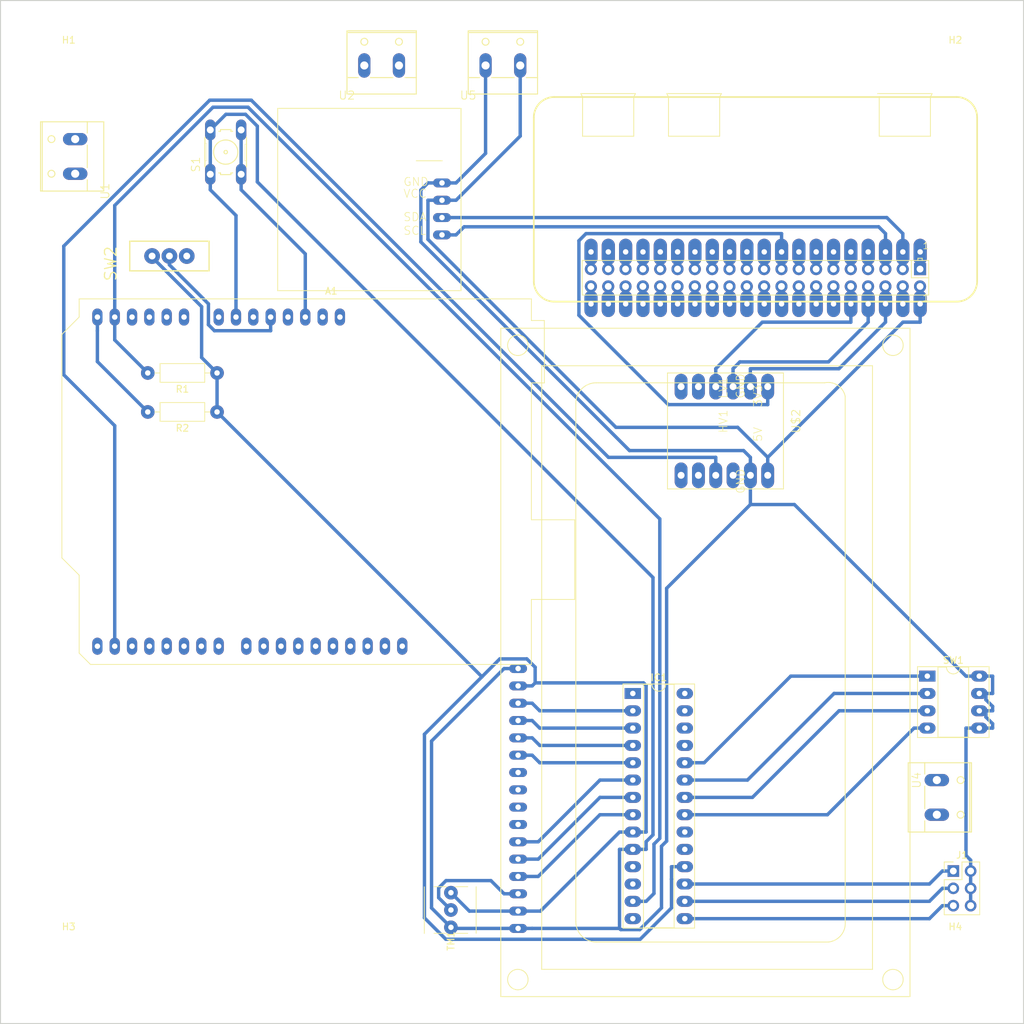
<source format=kicad_pcb>
(kicad_pcb (version 20171130) (host pcbnew 5.0.2-bee76a0~70~ubuntu18.04.1)

  (general
    (thickness 1.6)
    (drawings 4)
    (tracks 301)
    (zones 0)
    (modules 21)
    (nets 111)
  )

  (page A4)
  (layers
    (0 Top signal)
    (31 Bottom signal)
    (32 B.Adhes user)
    (33 F.Adhes user)
    (34 B.Paste user)
    (35 F.Paste user)
    (36 B.SilkS user)
    (37 F.SilkS user)
    (38 B.Mask user)
    (39 F.Mask user)
    (40 Dwgs.User user)
    (41 Cmts.User user)
    (42 Eco1.User user)
    (43 Eco2.User user)
    (44 Edge.Cuts user)
    (45 Margin user)
    (46 B.CrtYd user)
    (47 F.CrtYd user)
    (48 B.Fab user)
    (49 F.Fab user)
  )

  (setup
    (last_trace_width 0.5)
    (trace_clearance 0.5)
    (zone_clearance 0.508)
    (zone_45_only no)
    (trace_min 0.5)
    (segment_width 0.2)
    (edge_width 0.15)
    (via_size 0.8)
    (via_drill 0.4)
    (via_min_size 0.4)
    (via_min_drill 0.3)
    (uvia_size 0.3)
    (uvia_drill 0.1)
    (uvias_allowed no)
    (uvia_min_size 0.2)
    (uvia_min_drill 0.1)
    (pcb_text_width 0.3)
    (pcb_text_size 1.5 1.5)
    (mod_edge_width 0.15)
    (mod_text_size 1 1)
    (mod_text_width 0.15)
    (pad_size 1.524 1.524)
    (pad_drill 0.762)
    (pad_to_mask_clearance 0.051)
    (solder_mask_min_width 0.25)
    (aux_axis_origin 0 0)
    (visible_elements FEFFFF7F)
    (pcbplotparams
      (layerselection 0x01000_ffffffff)
      (usegerberextensions false)
      (usegerberattributes false)
      (usegerberadvancedattributes false)
      (creategerberjobfile false)
      (excludeedgelayer true)
      (linewidth 0.100000)
      (plotframeref false)
      (viasonmask false)
      (mode 1)
      (useauxorigin false)
      (hpglpennumber 1)
      (hpglpenspeed 20)
      (hpglpendiameter 15.000000)
      (psnegative false)
      (psa4output false)
      (plotreference true)
      (plotvalue true)
      (plotinvisibletext false)
      (padsonsilk false)
      (subtractmaskfromsilk false)
      (outputformat 1)
      (mirror false)
      (drillshape 0)
      (scaleselection 1)
      (outputdirectory "gerber/"))
  )

  (net 0 "")
  (net 1 GND)
  (net 2 "Net-(IC1-Pad28)")
  (net 3 "Net-(IC1-Pad27)")
  (net 4 "Net-(IC1-Pad26)")
  (net 5 "Net-(IC1-Pad25)")
  (net 6 "Net-(IC1-Pad24)")
  (net 7 "Net-(IC1-Pad23)")
  (net 8 "Net-(IC1-Pad22)")
  (net 9 "Net-(IC1-Pad21)")
  (net 10 "Net-(IC1-Pad20)")
  (net 11 "Net-(IC1-Pad19)")
  (net 12 "Net-(IC1-Pad6)")
  (net 13 "Net-(IC1-Pad5)")
  (net 14 "Net-(IC1-Pad4)")
  (net 15 "Net-(IC1-Pad3)")
  (net 16 "Net-(IC1-Pad2)")
  (net 17 "Net-(IC1-Pad1)")
  (net 18 "Net-(TM1-Pad2)")
  (net 19 "Net-(A1-Pad16)")
  (net 20 "Net-(A1-Pad15)")
  (net 21 "Net-(A1-Pad30)")
  (net 22 "Net-(A1-Pad14)")
  (net 23 "Net-(A1-Pad29)")
  (net 24 "Net-(A1-Pad13)")
  (net 25 "Net-(A1-Pad28)")
  (net 26 "Net-(A1-Pad12)")
  (net 27 "Net-(A1-Pad27)")
  (net 28 "Net-(A1-Pad11)")
  (net 29 "Net-(A1-Pad26)")
  (net 30 "Net-(A1-Pad10)")
  (net 31 "Net-(A1-Pad25)")
  (net 32 "Net-(A1-Pad9)")
  (net 33 "Net-(A1-Pad24)")
  (net 34 "Net-(A1-Pad8)")
  (net 35 "Net-(A1-Pad23)")
  (net 36 "Net-(A1-Pad22)")
  (net 37 "Net-(A1-Pad21)")
  (net 38 "Net-(A1-Pad20)")
  (net 39 "Net-(A1-Pad4)")
  (net 40 "Net-(A1-Pad19)")
  (net 41 "Net-(A1-Pad3)")
  (net 42 "Net-(A1-Pad18)")
  (net 43 "Net-(A1-Pad2)")
  (net 44 "Net-(A1-Pad17)")
  (net 45 "Net-(A1-Pad1)")
  (net 46 "Net-(A1-Pad31)")
  (net 47 "Net-(A1-Pad32)")
  (net 48 +5V)
  (net 49 "Net-(SW2-Pad3)")
  (net 50 "Net-(U$1-Pad40)")
  (net 51 "Net-(U$1-Pad38)")
  (net 52 "Net-(U$1-Pad36)")
  (net 53 "Net-(U$1-Pad34)")
  (net 54 "Net-(U$1-Pad32)")
  (net 55 "Net-(U$1-Pad30)")
  (net 56 "Net-(U$1-Pad28)")
  (net 57 "Net-(U$1-Pad26)")
  (net 58 "Net-(U$1-Pad24)")
  (net 59 "Net-(U$1-Pad22)")
  (net 60 "Net-(U$1-Pad20)")
  (net 61 "Net-(U$1-Pad18)")
  (net 62 "Net-(U$1-Pad16)")
  (net 63 "Net-(U$1-Pad14)")
  (net 64 "Net-(U$1-Pad12)")
  (net 65 "Net-(U$1-Pad10)")
  (net 66 "Net-(U$1-Pad8)")
  (net 67 "Net-(U$1-Pad6)")
  (net 68 "Net-(U$1-Pad4)")
  (net 69 "Net-(U$1-Pad39)")
  (net 70 "Net-(U$1-Pad37)")
  (net 71 "Net-(U$1-Pad35)")
  (net 72 "Net-(U$1-Pad33)")
  (net 73 "Net-(U$1-Pad31)")
  (net 74 "Net-(U$1-Pad29)")
  (net 75 "Net-(U$1-Pad27)")
  (net 76 "Net-(U$1-Pad25)")
  (net 77 "Net-(U$1-Pad23)")
  (net 78 "Net-(U$1-Pad21)")
  (net 79 "Net-(U$1-Pad19)")
  (net 80 +3V3)
  (net 81 "Net-(U$1-Pad15)")
  (net 82 "Net-(U$1-Pad13)")
  (net 83 "Net-(U$1-Pad11)")
  (net 84 "Net-(U$1-Pad9)")
  (net 85 "Net-(U$1-Pad7)")
  (net 86 "Net-(U$1-Pad5)")
  (net 87 "Net-(U$1-Pad3)")
  (net 88 "Net-(X2-Pad10)")
  (net 89 "Net-(X2-Pad9)")
  (net 90 "Net-(X2-Pad8)")
  (net 91 "Net-(X2-Pad7)")
  (net 92 LV3)
  (net 93 LV4)
  (net 94 "Net-(U$2-Pad8)")
  (net 95 "Net-(U$2-Pad7)")
  (net 96 "Net-(U1-Pad1)")
  (net 97 "Net-(U1-Pad2)")
  (net 98 "Net-(U2-Pad2)")
  (net 99 "Net-(U2-Pad1)")
  (net 100 "Net-(U4-Pad2)")
  (net 101 "Net-(U4-Pad1)")
  (net 102 "Net-(A1-Pad6)")
  (net 103 "Net-(A1-Pad5)")
  (net 104 "Net-(IC1-Pad7)")
  (net 105 "Net-(IC1-Pad8)")
  (net 106 "Net-(U$1-Pad1)")
  (net 107 /5V_Pi)
  (net 108 "Net-(IC1-Pad15)")
  (net 109 "Net-(IC1-Pad16)")
  (net 110 "Net-(IC1-Pad17)")

  (net_class Default "This is the default net class."
    (clearance 0.5)
    (trace_width 0.5)
    (via_dia 0.8)
    (via_drill 0.4)
    (uvia_dia 0.3)
    (uvia_drill 0.1)
    (diff_pair_gap 0.25)
    (diff_pair_width 0.5)
    (add_net +3V3)
    (add_net +5V)
    (add_net /5V_Pi)
    (add_net GND)
    (add_net LV3)
    (add_net LV4)
    (add_net "Net-(A1-Pad1)")
    (add_net "Net-(A1-Pad10)")
    (add_net "Net-(A1-Pad11)")
    (add_net "Net-(A1-Pad12)")
    (add_net "Net-(A1-Pad13)")
    (add_net "Net-(A1-Pad14)")
    (add_net "Net-(A1-Pad15)")
    (add_net "Net-(A1-Pad16)")
    (add_net "Net-(A1-Pad17)")
    (add_net "Net-(A1-Pad18)")
    (add_net "Net-(A1-Pad19)")
    (add_net "Net-(A1-Pad2)")
    (add_net "Net-(A1-Pad20)")
    (add_net "Net-(A1-Pad21)")
    (add_net "Net-(A1-Pad22)")
    (add_net "Net-(A1-Pad23)")
    (add_net "Net-(A1-Pad24)")
    (add_net "Net-(A1-Pad25)")
    (add_net "Net-(A1-Pad26)")
    (add_net "Net-(A1-Pad27)")
    (add_net "Net-(A1-Pad28)")
    (add_net "Net-(A1-Pad29)")
    (add_net "Net-(A1-Pad3)")
    (add_net "Net-(A1-Pad30)")
    (add_net "Net-(A1-Pad31)")
    (add_net "Net-(A1-Pad32)")
    (add_net "Net-(A1-Pad4)")
    (add_net "Net-(A1-Pad5)")
    (add_net "Net-(A1-Pad6)")
    (add_net "Net-(A1-Pad8)")
    (add_net "Net-(A1-Pad9)")
    (add_net "Net-(IC1-Pad1)")
    (add_net "Net-(IC1-Pad15)")
    (add_net "Net-(IC1-Pad16)")
    (add_net "Net-(IC1-Pad17)")
    (add_net "Net-(IC1-Pad19)")
    (add_net "Net-(IC1-Pad2)")
    (add_net "Net-(IC1-Pad20)")
    (add_net "Net-(IC1-Pad21)")
    (add_net "Net-(IC1-Pad22)")
    (add_net "Net-(IC1-Pad23)")
    (add_net "Net-(IC1-Pad24)")
    (add_net "Net-(IC1-Pad25)")
    (add_net "Net-(IC1-Pad26)")
    (add_net "Net-(IC1-Pad27)")
    (add_net "Net-(IC1-Pad28)")
    (add_net "Net-(IC1-Pad3)")
    (add_net "Net-(IC1-Pad4)")
    (add_net "Net-(IC1-Pad5)")
    (add_net "Net-(IC1-Pad6)")
    (add_net "Net-(IC1-Pad7)")
    (add_net "Net-(IC1-Pad8)")
    (add_net "Net-(SW2-Pad3)")
    (add_net "Net-(TM1-Pad2)")
    (add_net "Net-(U$1-Pad1)")
    (add_net "Net-(U$1-Pad10)")
    (add_net "Net-(U$1-Pad11)")
    (add_net "Net-(U$1-Pad12)")
    (add_net "Net-(U$1-Pad13)")
    (add_net "Net-(U$1-Pad14)")
    (add_net "Net-(U$1-Pad15)")
    (add_net "Net-(U$1-Pad16)")
    (add_net "Net-(U$1-Pad18)")
    (add_net "Net-(U$1-Pad19)")
    (add_net "Net-(U$1-Pad20)")
    (add_net "Net-(U$1-Pad21)")
    (add_net "Net-(U$1-Pad22)")
    (add_net "Net-(U$1-Pad23)")
    (add_net "Net-(U$1-Pad24)")
    (add_net "Net-(U$1-Pad25)")
    (add_net "Net-(U$1-Pad26)")
    (add_net "Net-(U$1-Pad27)")
    (add_net "Net-(U$1-Pad28)")
    (add_net "Net-(U$1-Pad29)")
    (add_net "Net-(U$1-Pad3)")
    (add_net "Net-(U$1-Pad30)")
    (add_net "Net-(U$1-Pad31)")
    (add_net "Net-(U$1-Pad32)")
    (add_net "Net-(U$1-Pad33)")
    (add_net "Net-(U$1-Pad34)")
    (add_net "Net-(U$1-Pad35)")
    (add_net "Net-(U$1-Pad36)")
    (add_net "Net-(U$1-Pad37)")
    (add_net "Net-(U$1-Pad38)")
    (add_net "Net-(U$1-Pad39)")
    (add_net "Net-(U$1-Pad4)")
    (add_net "Net-(U$1-Pad40)")
    (add_net "Net-(U$1-Pad5)")
    (add_net "Net-(U$1-Pad6)")
    (add_net "Net-(U$1-Pad7)")
    (add_net "Net-(U$1-Pad8)")
    (add_net "Net-(U$1-Pad9)")
    (add_net "Net-(U$2-Pad7)")
    (add_net "Net-(U$2-Pad8)")
    (add_net "Net-(U1-Pad1)")
    (add_net "Net-(U1-Pad2)")
    (add_net "Net-(U2-Pad1)")
    (add_net "Net-(U2-Pad2)")
    (add_net "Net-(U4-Pad1)")
    (add_net "Net-(U4-Pad2)")
    (add_net "Net-(X2-Pad10)")
    (add_net "Net-(X2-Pad7)")
    (add_net "Net-(X2-Pad8)")
    (add_net "Net-(X2-Pad9)")
  )

  (module mylibrary:LEVEL_SHIFTER (layer Top) (tedit 5C3EE1E4) (tstamp 5C2F146A)
    (at 97.79 54.61 270)
    (descr "AD5171 digital potentiometer on 8 pin breakout")
    (path /AA898CC2A8B04D1A)
    (fp_text reference U$2 (at 5.1938 -18.1488 270) (layer F.SilkS)
      (effects (font (size 1.2065 1.2065) (thickness 0.127)) (justify right top))
    )
    (fp_text value LEVEL_SHIFTER (at 5.27 2.175 270) (layer F.Fab)
      (effects (font (size 1.2065 1.2065) (thickness 0.1016)) (justify right top))
    )
    (fp_poly (pts (xy 1.752756 -2.251809) (xy 1.752756 -1.743809) (xy 2.260756 -1.743809) (xy 2.260756 -2.251809)) (layer F.Fab) (width 0))
    (fp_poly (pts (xy 1.752756 -4.791809) (xy 1.752756 -4.283809) (xy 2.260756 -4.283809) (xy 2.260756 -4.791809)) (layer F.Fab) (width 0))
    (fp_poly (pts (xy 1.752756 -7.331809) (xy 1.752756 -6.823809) (xy 2.260756 -6.823809) (xy 2.260756 -7.331809)) (layer F.Fab) (width 0))
    (fp_poly (pts (xy 1.752756 -9.871809) (xy 1.752756 -9.363809) (xy 2.260756 -9.363809) (xy 2.260756 -9.871809)) (layer F.Fab) (width 0))
    (fp_line (start 0 0) (end 17 0) (layer F.SilkS) (width 0.127))
    (fp_poly (pts (xy 1.752756 -12.411809) (xy 1.752756 -11.903809) (xy 2.260756 -11.903809) (xy 2.260756 -12.411809)) (layer F.Fab) (width 0))
    (fp_poly (pts (xy 1.752756 -14.951809) (xy 1.752756 -14.443809) (xy 2.260756 -14.443809) (xy 2.260756 -14.951809)) (layer F.Fab) (width 0))
    (fp_poly (pts (xy 14.752756 -2.251809) (xy 14.752756 -1.743809) (xy 15.260756 -1.743809) (xy 15.260756 -2.251809)) (layer F.Fab) (width 0))
    (fp_poly (pts (xy 14.752756 -4.791809) (xy 14.752756 -4.283809) (xy 15.260756 -4.283809) (xy 15.260756 -4.791809)) (layer F.Fab) (width 0))
    (fp_poly (pts (xy 14.752756 -7.331809) (xy 14.752756 -6.823809) (xy 15.260756 -6.823809) (xy 15.260756 -7.331809)) (layer F.Fab) (width 0))
    (fp_poly (pts (xy 14.752756 -9.871809) (xy 14.752756 -9.363809) (xy 15.260756 -9.363809) (xy 15.260756 -9.871809)) (layer F.Fab) (width 0))
    (fp_poly (pts (xy 14.752756 -12.411809) (xy 14.752756 -11.903809) (xy 15.260756 -11.903809) (xy 15.260756 -12.411809)) (layer F.Fab) (width 0))
    (fp_poly (pts (xy 14.752756 -14.951809) (xy 14.752756 -14.443809) (xy 15.260756 -14.443809) (xy 15.260756 -14.951809)) (layer F.Fab) (width 0))
    (fp_line (start 0 -17) (end 17 -17) (layer F.SilkS) (width 0.127))
    (fp_line (start 0 -17) (end 0 0) (layer F.SilkS) (width 0.127))
    (fp_line (start 17 0) (end 17 -17) (layer F.SilkS) (width 0.127))
    (fp_text user 5V (at 10.16 -13.97 270) (layer F.SilkS)
      (effects (font (size 1.2065 1.2065) (thickness 0.1016)) (justify left bottom))
    )
    (fp_text user 3V3 (at 5.08 -13.97 270) (layer F.SilkS)
      (effects (font (size 1.2065 1.2065) (thickness 0.1016)) (justify left bottom))
    )
    (fp_text user GND (at 3.81 -11.43 270) (layer F.SilkS)
      (effects (font (size 1.2065 1.2065) (thickness 0.1016)) (justify left bottom))
    )
    (fp_text user GND (at 17.78 -11.43 270) (layer F.SilkS)
      (effects (font (size 1.2065 1.2065) (thickness 0.1016)) (justify left bottom))
    )
    (fp_text user HV1 (at 8.89 -8.89 270) (layer F.SilkS)
      (effects (font (size 1.2065 1.2065) (thickness 0.1016)) (justify left bottom))
    )
    (fp_text user LV1 (at 3.81 -8.89 270) (layer F.SilkS)
      (effects (font (size 1.2065 1.2065) (thickness 0.1016)) (justify left bottom))
    )
    (pad 3 thru_hole oval (at 2.006756 -9.617809 270) (size 3.7592 1.8796) (drill 1.016) (layers *.Cu *.Mask)
      (net 66 "Net-(U$1-Pad8)") (solder_mask_margin 0.1016))
    (pad 4 thru_hole oval (at 2.006756 -7.077809 270) (size 3.7592 1.8796) (drill 1.016) (layers *.Cu *.Mask)
      (net 65 "Net-(U$1-Pad10)") (solder_mask_margin 0.1016))
    (pad 5 thru_hole oval (at 2.006756 -4.537809 270) (size 3.7592 1.8796) (drill 1.016) (layers *.Cu *.Mask)
      (net 92 LV3) (solder_mask_margin 0.1016))
    (pad 6 thru_hole oval (at 2.006756 -1.997809 270) (size 3.7592 1.8796) (drill 1.016) (layers *.Cu *.Mask)
      (net 93 LV4) (solder_mask_margin 0.1016))
    (pad 2 thru_hole oval (at 2.006756 -12.157809 270) (size 3.7592 1.8796) (drill 1.016) (layers *.Cu *.Mask)
      (net 67 "Net-(U$1-Pad6)") (solder_mask_margin 0.1016))
    (pad 1 thru_hole oval (at 2.006756 -14.697809 270) (size 3.7592 1.8796) (drill 1.016) (layers *.Cu *.Mask)
      (net 80 +3V3) (solder_mask_margin 0.1016))
    (pad 10 thru_hole oval (at 15.006756 -9.617809 270) (size 3.7592 1.8796) (drill 1.016) (layers *.Cu *.Mask)
      (net 20 "Net-(A1-Pad15)") (solder_mask_margin 0.1016))
    (pad 9 thru_hole oval (at 15.006756 -7.077809 270) (size 3.7592 1.8796) (drill 1.016) (layers *.Cu *.Mask)
      (net 19 "Net-(A1-Pad16)") (solder_mask_margin 0.1016))
    (pad 8 thru_hole oval (at 15.006756 -4.537809 270) (size 3.7592 1.8796) (drill 1.016) (layers *.Cu *.Mask)
      (net 94 "Net-(U$2-Pad8)") (solder_mask_margin 0.1016))
    (pad 7 thru_hole oval (at 15.006756 -1.997809 270) (size 3.7592 1.8796) (drill 1.016) (layers *.Cu *.Mask)
      (net 95 "Net-(U$2-Pad7)") (solder_mask_margin 0.1016))
    (pad 11 thru_hole oval (at 15.006756 -12.157809 270) (size 3.7592 1.8796) (drill 1.016) (layers *.Cu *.Mask)
      (net 1 GND) (solder_mask_margin 0.1016))
    (pad 12 thru_hole oval (at 15.006756 -14.697809 270) (size 3.7592 1.8796) (drill 1.016) (layers *.Cu *.Mask)
      (net 107 /5V_Pi) (solder_mask_margin 0.1016))
  )

  (module mylibrary:Arduino_UNO_R3 (layer Top) (tedit 5C37A2A1) (tstamp 5C368BF8)
    (at 48.26 69.4944 270)
    (descr "Arduino UNO R3, http://www.mouser.com/pdfdocs/Gravitech_Arduino_Nano3_0.pdf")
    (tags "Arduino UNO R3")
    (path /5C2C1D69)
    (fp_text reference A1 (at -26.891731 -0.235999 180) (layer F.SilkS)
      (effects (font (size 1 1) (thickness 0.15)))
    )
    (fp_text value Arduino_UNO_R3_mylib (at -0.221731 -1.505999 90) (layer F.Fab)
      (effects (font (size 1 1) (thickness 0.15)))
    )
    (fp_circle (center -18.001731 36.594001) (end -15.501731 36.594001) (layer B.CrtYd) (width 0.15))
    (fp_circle (center 9.938269 36.594001) (end 12.438269 36.594001) (layer B.CrtYd) (width 0.15))
    (fp_circle (center 25.178269 -14.205999) (end 27.678269 -14.205999) (layer B.CrtYd) (width 0.15))
    (fp_circle (center -23.081731 -15.475999) (end -20.581731 -15.475999) (layer B.CrtYd) (width 0.15))
    (fp_text user %R (at -2.761731 -1.505999 180) (layer F.Fab)
      (effects (font (size 1 1) (thickness 0.15)))
    )
    (fp_line (start -25.871731 36.844001) (end -23.081731 36.844001) (layer F.CrtYd) (width 0.05))
    (fp_line (start -23.081731 36.844001) (end -20.541731 39.384001) (layer F.CrtYd) (width 0.05))
    (fp_line (start -20.541731 39.384001) (end 12.228269 39.384001) (layer F.CrtYd) (width 0.05))
    (fp_line (start 12.228269 39.384001) (end 14.768269 36.844001) (layer F.CrtYd) (width 0.05))
    (fp_line (start 14.768269 36.844001) (end 26.198269 36.844001) (layer F.CrtYd) (width 0.05))
    (fp_line (start 26.198269 36.844001) (end 27.968269 35.074001) (layer F.CrtYd) (width 0.05))
    (fp_line (start 27.968269 35.074001) (end 27.968269 -29.695999) (layer F.CrtYd) (width 0.05))
    (fp_line (start 27.968269 -29.695999) (end 18.448269 -29.695999) (layer F.CrtYd) (width 0.05))
    (fp_line (start 18.448269 -29.695999) (end 18.448269 -36.045999) (layer F.CrtYd) (width 0.05))
    (fp_line (start 18.448269 -36.045999) (end 6.508269 -36.045999) (layer F.CrtYd) (width 0.05))
    (fp_line (start 6.508269 -36.045999) (end 6.508269 -29.695999) (layer F.CrtYd) (width 0.05))
    (fp_line (start 6.508269 -29.695999) (end -13.301731 -29.695999) (layer F.CrtYd) (width 0.05))
    (fp_line (start -13.301731 -29.695999) (end -13.301731 -31.605999) (layer F.CrtYd) (width 0.05))
    (fp_line (start -13.301731 -31.605999) (end -22.701731 -31.605999) (layer F.CrtYd) (width 0.05))
    (fp_line (start -22.701731 -31.605999) (end -22.701731 -29.695999) (layer F.CrtYd) (width 0.05))
    (fp_line (start -22.701731 -29.695999) (end -25.871731 -29.695999) (layer F.CrtYd) (width 0.05))
    (fp_line (start -25.871731 -29.695999) (end -25.871731 36.844001) (layer F.CrtYd) (width 0.05))
    (fp_line (start 12.228269 39.264001) (end -20.541731 39.264001) (layer F.SilkS) (width 0.12))
    (fp_line (start -20.541731 39.264001) (end -23.081731 36.724001) (layer F.SilkS) (width 0.12))
    (fp_line (start -23.081731 36.724001) (end -25.751731 36.724001) (layer F.SilkS) (width 0.12))
    (fp_line (start -25.751731 36.724001) (end -25.751731 -29.575999) (layer F.SilkS) (width 0.12))
    (fp_line (start -25.751731 -29.575999) (end -22.571731 -29.575999) (layer F.SilkS) (width 0.12))
    (fp_line (start -22.571731 -29.575999) (end -22.571731 -31.475999) (layer F.SilkS) (width 0.12))
    (fp_line (start -22.571731 -31.475999) (end -13.431731 -31.475999) (layer F.SilkS) (width 0.12))
    (fp_line (start -13.431731 -31.475999) (end -13.431731 -29.575999) (layer F.SilkS) (width 0.12))
    (fp_line (start -13.431731 -29.575999) (end 6.638269 -29.575999) (layer F.SilkS) (width 0.12))
    (fp_line (start 6.638269 -29.575999) (end 6.638269 -35.925999) (layer F.SilkS) (width 0.12))
    (fp_line (start 6.638269 -35.925999) (end 18.318269 -35.925999) (layer F.SilkS) (width 0.12))
    (fp_line (start 18.318269 -35.925999) (end 18.318269 -29.575999) (layer F.SilkS) (width 0.12))
    (fp_line (start 18.318269 -29.575999) (end 27.848269 -29.575999) (layer F.SilkS) (width 0.12))
    (fp_line (start 27.848269 -29.575999) (end 27.848269 35.074001) (layer F.SilkS) (width 0.12))
    (fp_line (start 27.848269 35.074001) (end 26.198269 36.724001) (layer F.SilkS) (width 0.12))
    (fp_line (start 26.198269 36.724001) (end 14.768269 36.724001) (layer F.SilkS) (width 0.12))
    (fp_line (start 14.768269 36.724001) (end 12.228269 39.264001) (layer F.SilkS) (width 0.12))
    (fp_line (start 6.758269 -35.795999) (end 6.758269 -19.915999) (layer F.Fab) (width 0.1))
    (fp_line (start 6.758269 -19.915999) (end 18.188269 -19.915999) (layer F.Fab) (width 0.1))
    (fp_line (start 18.188269 -19.915999) (end 18.188269 -35.795999) (layer F.Fab) (width 0.1))
    (fp_line (start 18.188269 -35.795999) (end 6.758269 -35.795999) (layer F.Fab) (width 0.1))
    (fp_line (start -22.441731 -31.345999) (end -22.441731 -18.015999) (layer F.Fab) (width 0.1))
    (fp_line (start -22.441731 -18.015999) (end -13.551731 -18.015999) (layer F.Fab) (width 0.1))
    (fp_line (start -13.551731 -18.015999) (end -13.551731 -31.345999) (layer F.Fab) (width 0.1))
    (fp_line (start -13.551731 -31.345999) (end -22.441731 -31.345999) (layer F.Fab) (width 0.1))
    (fp_line (start 14.768269 36.594001) (end 26.198269 36.594001) (layer F.Fab) (width 0.1))
    (fp_line (start -20.541731 39.134001) (end 12.228269 39.134001) (layer F.Fab) (width 0.1))
    (fp_line (start 12.228269 39.134001) (end 14.768269 36.594001) (layer F.Fab) (width 0.1))
    (fp_line (start -25.621731 36.594001) (end -23.081731 36.594001) (layer F.Fab) (width 0.1))
    (fp_line (start -23.081731 36.594001) (end -20.541731 39.134001) (layer F.Fab) (width 0.1))
    (fp_line (start 26.198269 36.594001) (end 27.718269 35.074001) (layer F.Fab) (width 0.1))
    (fp_line (start 27.718269 35.074001) (end 27.718269 -29.445999) (layer F.Fab) (width 0.1))
    (fp_line (start 27.718269 -29.445999) (end -25.621731 -29.445999) (layer F.Fab) (width 0.1))
    (fp_line (start -25.621731 -29.445999) (end -25.621731 36.594001) (layer F.Fab) (width 0.1))
    (pad 32 thru_hole oval (at 25.178269 -10.645999 270) (size 2.5 1.5) (drill 0.8) (layers *.Cu *.Mask)
      (net 47 "Net-(A1-Pad32)"))
    (pad 31 thru_hole oval (at 25.178269 -8.105999 270) (size 2.5 1.5) (drill 0.8) (layers *.Cu *.Mask)
      (net 46 "Net-(A1-Pad31)"))
    (pad 1 thru_hole oval (at -23.081731 -1.505999 270) (size 2.5 1.5) (drill 0.8) (layers *.Cu *.Mask)
      (net 45 "Net-(A1-Pad1)"))
    (pad 17 thru_hole oval (at 25.178269 28.974001 270) (size 2.5 1.5) (drill 0.8) (layers *.Cu *.Mask)
      (net 44 "Net-(A1-Pad17)"))
    (pad 2 thru_hole oval (at -23.081731 1.034001 270) (size 2.5 1.5) (drill 0.8) (layers *.Cu *.Mask)
      (net 43 "Net-(A1-Pad2)"))
    (pad 18 thru_hole oval (at 25.178269 26.434001 270) (size 2.5 1.5) (drill 0.8) (layers *.Cu *.Mask)
      (net 42 "Net-(A1-Pad18)"))
    (pad 3 thru_hole oval (at -23.081731 3.574001 270) (size 2.5 1.5) (drill 0.8) (layers *.Cu *.Mask)
      (net 41 "Net-(A1-Pad3)"))
    (pad 19 thru_hole oval (at 25.178269 23.894001 270) (size 2.5 1.5) (drill 0.8) (layers *.Cu *.Mask)
      (net 40 "Net-(A1-Pad19)"))
    (pad 4 thru_hole oval (at -23.081731 6.114001 270) (size 2.5 1.5) (drill 0.8) (layers *.Cu *.Mask)
      (net 39 "Net-(A1-Pad4)"))
    (pad 20 thru_hole oval (at 25.178269 21.354001 270) (size 2.5 1.5) (drill 0.8) (layers *.Cu *.Mask)
      (net 38 "Net-(A1-Pad20)"))
    (pad 5 thru_hole oval (at -23.081731 8.654001 270) (size 2.5 1.5) (drill 0.8) (layers *.Cu *.Mask)
      (net 103 "Net-(A1-Pad5)"))
    (pad 21 thru_hole oval (at 25.178269 18.814001 270) (size 2.5 1.5) (drill 0.8) (layers *.Cu *.Mask)
      (net 37 "Net-(A1-Pad21)"))
    (pad 6 thru_hole oval (at -23.081731 11.194001 270) (size 2.5 1.5) (drill 0.8) (layers *.Cu *.Mask)
      (net 102 "Net-(A1-Pad6)"))
    (pad 22 thru_hole oval (at 25.178269 16.274001 270) (size 2.5 1.5) (drill 0.8) (layers *.Cu *.Mask)
      (net 36 "Net-(A1-Pad22)"))
    (pad 7 thru_hole oval (at -23.081731 13.734001 270) (size 2.5 1.5) (drill 0.8) (layers *.Cu *.Mask)
      (net 1 GND))
    (pad 23 thru_hole oval (at 25.178269 12.214001 270) (size 2.5 1.5) (drill 0.8) (layers *.Cu *.Mask)
      (net 35 "Net-(A1-Pad23)"))
    (pad 8 thru_hole oval (at -23.081731 16.274001 270) (size 2.5 1.5) (drill 0.8) (layers *.Cu *.Mask)
      (net 34 "Net-(A1-Pad8)"))
    (pad 24 thru_hole oval (at 25.178269 9.674001 270) (size 2.5 1.5) (drill 0.8) (layers *.Cu *.Mask)
      (net 33 "Net-(A1-Pad24)"))
    (pad 9 thru_hole oval (at -23.081731 21.354001 270) (size 2.5 1.5) (drill 0.8) (layers *.Cu *.Mask)
      (net 32 "Net-(A1-Pad9)"))
    (pad 25 thru_hole oval (at 25.178269 7.134001 270) (size 2.5 1.5) (drill 0.8) (layers *.Cu *.Mask)
      (net 31 "Net-(A1-Pad25)"))
    (pad 10 thru_hole oval (at -23.081731 23.894001 270) (size 2.5 1.5) (drill 0.8) (layers *.Cu *.Mask)
      (net 30 "Net-(A1-Pad10)"))
    (pad 26 thru_hole oval (at 25.178269 4.594001 270) (size 2.5 1.5) (drill 0.8) (layers *.Cu *.Mask)
      (net 29 "Net-(A1-Pad26)"))
    (pad 11 thru_hole oval (at -23.081731 26.434001 270) (size 2.5 1.5) (drill 0.8) (layers *.Cu *.Mask)
      (net 28 "Net-(A1-Pad11)"))
    (pad 27 thru_hole oval (at 25.178269 2.054001 270) (size 2.5 1.5) (drill 0.8) (layers *.Cu *.Mask)
      (net 27 "Net-(A1-Pad27)"))
    (pad 12 thru_hole oval (at -23.081731 28.974001 270) (size 2.5 1.5) (drill 0.8) (layers *.Cu *.Mask)
      (net 26 "Net-(A1-Pad12)"))
    (pad 28 thru_hole oval (at 25.178269 -0.485999 270) (size 2.5 1.5) (drill 0.8) (layers *.Cu *.Mask)
      (net 25 "Net-(A1-Pad28)"))
    (pad 13 thru_hole oval (at -23.081731 31.514001 270) (size 2.5 1.5) (drill 0.8) (layers *.Cu *.Mask)
      (net 24 "Net-(A1-Pad13)"))
    (pad 29 thru_hole oval (at 25.178269 -3.025999 270) (size 2.5 1.5) (drill 0.8) (layers *.Cu *.Mask)
      (net 23 "Net-(A1-Pad29)"))
    (pad 14 thru_hole oval (at -23.081731 34.054001 270) (size 2.5 1.5) (drill 0.8) (layers *.Cu *.Mask)
      (net 22 "Net-(A1-Pad14)"))
    (pad 30 thru_hole oval (at 25.178269 -5.565999 270) (size 2.5 1.5) (drill 0.8) (layers *.Cu *.Mask)
      (net 21 "Net-(A1-Pad30)"))
    (pad 15 thru_hole oval (at 25.178269 34.054001 270) (size 2.5 1.5) (drill 0.8) (layers *.Cu *.Mask)
      (net 20 "Net-(A1-Pad15)"))
    (pad 16 thru_hole oval (at 25.178269 31.514001 270) (size 2.5 1.5) (drill 0.8) (layers *.Cu *.Mask)
      (net 19 "Net-(A1-Pad16)"))
    (pad "" np_thru_hole circle (at -23.081731 -15.475999 270) (size 3.2 3.2) (drill 3.2) (layers *.Cu *.Mask))
    (pad "" np_thru_hole circle (at 25.178269 -14.205999 270) (size 3.2 3.2) (drill 3.2) (layers *.Cu *.Mask))
    (pad "" np_thru_hole circle (at 9.938269 36.594001 270) (size 3.2 3.2) (drill 3.2) (layers *.Cu *.Mask))
    (pad "" np_thru_hole circle (at -18.001731 36.594001 270) (size 3.2 3.2) (drill 3.2) (layers *.Cu *.Mask))
    (model ${KISYS3DMOD}/Module.3dshapes/Arduino_UNO_R3_WithMountingHoles.wrl
      (at (xyz 0 0 0))
      (scale (xyz 1 1 1))
      (rotate (xyz 0 0 0))
    )
  )

  (module mylibrary:RASPBERRYPI_V13_EXTRAPADS (layer Top) (tedit 5C2E687C) (tstamp 5C2DC8D2)
    (at 139.7 40.64 180)
    (descr "Raspberry Pi board model B+, full outline with position of big connectors &amp; drill holes")
    (path /850A8AB0BABD3B23)
    (fp_text reference U$1 (at 0 0 180) (layer F.SilkS) hide
      (effects (font (size 1.27 1.27) (thickness 0.15)))
    )
    (fp_text value RPI-ZERO (at 17.561918 7.591671 180) (layer F.Fab)
      (effects (font (size 1.2065 1.2065) (thickness 0.1016)) (justify top))
    )
    (fp_text user 1 (at 4.55985 -3.502718 180) (layer F.SilkS)
      (effects (font (size 0.9652 0.9652) (thickness 0.1016)) (justify left bottom))
    )
    (fp_line (start 54.60735 26.989781) (end 54.35735 26.489781) (layer F.SilkS) (width 0.127))
    (fp_line (start 46.60735 26.989781) (end 54.60735 26.989781) (layer F.SilkS) (width 0.127))
    (fp_line (start 46.85735 26.489781) (end 46.60735 26.989781) (layer F.SilkS) (width 0.127))
    (fp_line (start 54.35735 20.739781) (end 54.35735 26.489781) (layer F.SilkS) (width 0.127))
    (fp_line (start 46.85735 20.739781) (end 54.35735 20.739781) (layer F.SilkS) (width 0.127))
    (fp_line (start 46.85735 26.489781) (end 46.85735 20.739781) (layer F.SilkS) (width 0.127))
    (fp_line (start 46.85735 26.489781) (end 54.35735 26.489781) (layer B.Fab) (width 0.254))
    (fp_line (start 46.00735 26.489781) (end 46.85735 26.489781) (layer B.Fab) (width 0.254))
    (fp_line (start 42.00735 26.989781) (end 41.75735 26.489781) (layer F.SilkS) (width 0.127))
    (fp_line (start 34.00735 26.989781) (end 42.00735 26.989781) (layer F.SilkS) (width 0.127))
    (fp_line (start 34.25735 26.489781) (end 34.00735 26.989781) (layer F.SilkS) (width 0.127))
    (fp_line (start 41.75735 20.739781) (end 41.75735 26.489781) (layer F.SilkS) (width 0.127))
    (fp_line (start 34.25735 20.739781) (end 41.75735 20.739781) (layer F.SilkS) (width 0.127))
    (fp_line (start 34.25735 26.489781) (end 34.25735 20.739781) (layer F.SilkS) (width 0.127))
    (fp_line (start 34.25735 26.489781) (end 41.75735 26.489781) (layer B.Fab) (width 0.254))
    (fp_line (start 33.40735 26.489781) (end 34.25735 26.489781) (layer B.Fab) (width 0.254))
    (fp_text user 1 (at 4.55985 4.117281 180) (layer F.SilkS)
      (effects (font (size 0.9652 0.9652) (thickness 0.1016)) (justify left bottom))
    )
    (fp_line (start 11.10735 26.989781) (end 10.85735 26.489781) (layer B.Fab) (width 0.127))
    (fp_line (start 3.10735 26.989781) (end 11.10735 26.989781) (layer F.SilkS) (width 0.127))
    (fp_line (start 3.35735 26.489781) (end 3.10735 26.989781) (layer F.SilkS) (width 0.127))
    (fp_line (start 10.85735 20.739781) (end 10.85735 26.489781) (layer F.SilkS) (width 0.127))
    (fp_line (start 3.35735 20.739781) (end 10.85735 20.739781) (layer F.SilkS) (width 0.127))
    (fp_line (start 3.35735 26.489781) (end 3.35735 20.739781) (layer F.SilkS) (width 0.127))
    (fp_line (start 5.19485 2.847281) (end 5.19485 2.529781) (layer F.SilkS) (width 0.127))
    (fp_line (start 4.55985 2.847281) (end 5.19485 2.847281) (layer F.SilkS) (width 0.127))
    (fp_line (start 4.55985 2.529781) (end 4.55985 2.847281) (layer F.SilkS) (width 0.127))
    (fp_line (start 6.14735 -0.010218) (end 6.14735 2.529781) (layer F.SilkS) (width 0.127))
    (fp_line (start 3.60735 -0.010218) (end 6.14735 -0.010218) (layer F.SilkS) (width 0.127))
    (fp_line (start 54.40735 -2.550218) (end 3.60735 -2.550218) (layer F.SilkS) (width 0.127))
    (fp_line (start 54.40735 2.529781) (end 54.40735 -2.550218) (layer F.SilkS) (width 0.127))
    (fp_line (start 6.14735 2.529781) (end 54.40735 2.529781) (layer F.SilkS) (width 0.127))
    (fp_line (start 5.19485 2.529781) (end 6.14735 2.529781) (layer F.SilkS) (width 0.127))
    (fp_line (start 4.55985 2.529781) (end 5.19485 2.529781) (layer F.SilkS) (width 0.127))
    (fp_line (start 3.60735 2.529781) (end 4.55985 2.529781) (layer F.SilkS) (width 0.127))
    (fp_line (start 3.60735 -0.010218) (end 3.60735 2.529781) (layer F.SilkS) (width 0.127))
    (fp_line (start 3.60735 -2.550218) (end 3.60735 -0.010218) (layer F.SilkS) (width 0.127))
    (fp_line (start -3.49265 -0.510218) (end -3.49265 23.489781) (layer F.SilkS) (width 0.254))
    (fp_arc (start -0.492649 -0.510217) (end -0.49265 -3.510218) (angle -90) (layer F.SilkS) (width 0.254))
    (fp_line (start 58.50735 -3.510218) (end -0.49265 -3.510218) (layer F.SilkS) (width 0.254))
    (fp_arc (start 58.50735 -0.510217) (end 61.50735 -0.510218) (angle -90) (layer F.SilkS) (width 0.254))
    (fp_line (start 61.50735 23.489781) (end 61.50735 -0.510218) (layer F.SilkS) (width 0.254))
    (fp_arc (start 58.50735 23.489781) (end 58.50735 26.489781) (angle -90) (layer F.SilkS) (width 0.254))
    (fp_line (start 10.85735 26.489781) (end 58.50735 26.489781) (layer F.SilkS) (width 0.254))
    (fp_line (start 3.35735 26.489781) (end 10.85735 26.489781) (layer F.SilkS) (width 0.254))
    (fp_line (start -0.49265 26.489781) (end 3.35735 26.489781) (layer F.SilkS) (width 0.254))
    (fp_arc (start -0.492649 23.489781) (end -3.49265 23.489781) (angle -90) (layer F.SilkS) (width 0.254))
    (fp_circle (center 0.00735 -0.010218) (end 3.10735 -0.010218) (layer B.Fab) (width 0.127))
    (fp_circle (center 58.00735 -0.010218) (end 61.10735 -0.010218) (layer B.Fab) (width 0.127))
    (fp_circle (center 58.00735 22.989781) (end 61.10735 22.989781) (layer B.Fab) (width 0.127))
    (fp_circle (center 0.00735 22.989781) (end 3.10735 22.989781) (layer B.Fab) (width 0.127))
    (pad 40_LONG thru_hole oval (at 53.121918 -3.838328 270) (size 3.8608 1.9304) (drill 0.8) (layers *.Cu *.Mask)
      (net 50 "Net-(U$1-Pad40)") (solder_mask_margin 0.1016))
    (pad 38_LONG thru_hole oval (at 50.581918 -3.838328 270) (size 3.8608 1.9304) (drill 0.8) (layers *.Cu *.Mask)
      (net 51 "Net-(U$1-Pad38)") (solder_mask_margin 0.1016))
    (pad 36_LONG thru_hole oval (at 48.041918 -3.838328 270) (size 3.8608 1.9304) (drill 0.8) (layers *.Cu *.Mask)
      (net 52 "Net-(U$1-Pad36)") (solder_mask_margin 0.1016))
    (pad 34_LONG thru_hole oval (at 45.501918 -3.838328 270) (size 3.8608 1.9304) (drill 0.8) (layers *.Cu *.Mask)
      (net 53 "Net-(U$1-Pad34)") (solder_mask_margin 0.1016))
    (pad 32_LONG thru_hole oval (at 42.961918 -3.838328 270) (size 3.8608 1.9304) (drill 0.8) (layers *.Cu *.Mask)
      (net 54 "Net-(U$1-Pad32)") (solder_mask_margin 0.1016))
    (pad 30_LONG thru_hole oval (at 40.421918 -3.838328 270) (size 3.8608 1.9304) (drill 0.8) (layers *.Cu *.Mask)
      (net 55 "Net-(U$1-Pad30)") (solder_mask_margin 0.1016))
    (pad 28_LONG thru_hole oval (at 37.881918 -3.838328 270) (size 3.8608 1.9304) (drill 0.8) (layers *.Cu *.Mask)
      (net 56 "Net-(U$1-Pad28)") (solder_mask_margin 0.1016))
    (pad 26_LONG thru_hole oval (at 35.341918 -3.838328 270) (size 3.8608 1.9304) (drill 0.8) (layers *.Cu *.Mask)
      (net 57 "Net-(U$1-Pad26)") (solder_mask_margin 0.1016))
    (pad 24_LONG thru_hole oval (at 32.801918 -3.838328 270) (size 3.8608 1.9304) (drill 0.8) (layers *.Cu *.Mask)
      (net 58 "Net-(U$1-Pad24)") (solder_mask_margin 0.1016))
    (pad 22_LONG thru_hole oval (at 30.261918 -3.838328 270) (size 3.8608 1.9304) (drill 0.8) (layers *.Cu *.Mask)
      (net 59 "Net-(U$1-Pad22)") (solder_mask_margin 0.1016))
    (pad 20_LONG thru_hole oval (at 27.721918 -3.838328 270) (size 3.8608 1.9304) (drill 0.8) (layers *.Cu *.Mask)
      (net 60 "Net-(U$1-Pad20)") (solder_mask_margin 0.1016))
    (pad 18_LONG thru_hole oval (at 25.181918 -3.838328 270) (size 3.8608 1.9304) (drill 0.8) (layers *.Cu *.Mask)
      (net 61 "Net-(U$1-Pad18)") (solder_mask_margin 0.1016))
    (pad 16_LONG thru_hole oval (at 22.641918 -3.838328 270) (size 3.8608 1.9304) (drill 0.8) (layers *.Cu *.Mask)
      (net 62 "Net-(U$1-Pad16)") (solder_mask_margin 0.1016))
    (pad 14_LONG thru_hole oval (at 20.101918 -3.838328 270) (size 3.8608 1.9304) (drill 0.8) (layers *.Cu *.Mask)
      (net 63 "Net-(U$1-Pad14)") (solder_mask_margin 0.1016))
    (pad 12_LONG thru_hole oval (at 17.561918 -3.838328 270) (size 3.8608 1.9304) (drill 0.8) (layers *.Cu *.Mask)
      (net 64 "Net-(U$1-Pad12)") (solder_mask_margin 0.1016))
    (pad 10_LONG thru_hole oval (at 15.021918 -3.838328 270) (size 3.8608 1.9304) (drill 0.8) (layers *.Cu *.Mask)
      (net 65 "Net-(U$1-Pad10)") (solder_mask_margin 0.1016))
    (pad 8_LONG thru_hole oval (at 12.481918 -3.838328 270) (size 3.8608 1.9304) (drill 0.8) (layers *.Cu *.Mask)
      (net 66 "Net-(U$1-Pad8)") (solder_mask_margin 0.1016))
    (pad 6_LONG thru_hole oval (at 9.941918 -3.838328 270) (size 3.8608 1.9304) (drill 0.8) (layers *.Cu *.Mask)
      (net 67 "Net-(U$1-Pad6)") (solder_mask_margin 0.1016))
    (pad 4_LONG thru_hole oval (at 7.401918 -3.838328 270) (size 3.8608 1.9304) (drill 0.8) (layers *.Cu *.Mask)
      (net 68 "Net-(U$1-Pad4)") (solder_mask_margin 0.1016))
    (pad 2_LONG thru_hole oval (at 4.861918 -3.838328 270) (size 3.8608 1.9304) (drill 0.8) (layers *.Cu *.Mask)
      (net 107 /5V_Pi) (solder_mask_margin 0.1016))
    (pad 39_LONG thru_hole oval (at 53.121918 3.781671 270) (size 3.8608 1.9304) (drill 0.8) (layers *.Cu *.Mask)
      (net 69 "Net-(U$1-Pad39)") (solder_mask_margin 0.1016))
    (pad 37_LONG thru_hole oval (at 50.581918 3.781671 270) (size 3.8608 1.9304) (drill 0.8) (layers *.Cu *.Mask)
      (net 70 "Net-(U$1-Pad37)") (solder_mask_margin 0.1016))
    (pad 35_LONG thru_hole oval (at 48.041918 3.781671 270) (size 3.8608 1.9304) (drill 0.8) (layers *.Cu *.Mask)
      (net 71 "Net-(U$1-Pad35)") (solder_mask_margin 0.1016))
    (pad 33_LONG thru_hole oval (at 45.501918 3.781671 270) (size 3.8608 1.9304) (drill 0.8) (layers *.Cu *.Mask)
      (net 72 "Net-(U$1-Pad33)") (solder_mask_margin 0.1016))
    (pad 31_LONG thru_hole oval (at 42.961918 3.781671 270) (size 3.8608 1.9304) (drill 0.8) (layers *.Cu *.Mask)
      (net 73 "Net-(U$1-Pad31)") (solder_mask_margin 0.1016))
    (pad 29_LONG thru_hole oval (at 40.421918 3.781671 270) (size 3.8608 1.9304) (drill 0.8) (layers *.Cu *.Mask)
      (net 74 "Net-(U$1-Pad29)") (solder_mask_margin 0.1016))
    (pad 27_LONG thru_hole oval (at 37.881918 3.781671 270) (size 3.8608 1.9304) (drill 0.8) (layers *.Cu *.Mask)
      (net 75 "Net-(U$1-Pad27)") (solder_mask_margin 0.1016))
    (pad 25_LONG thru_hole oval (at 35.341918 3.781671 270) (size 3.8608 1.9304) (drill 0.8) (layers *.Cu *.Mask)
      (net 76 "Net-(U$1-Pad25)") (solder_mask_margin 0.1016))
    (pad 23_LONG thru_hole oval (at 32.801918 3.781671 270) (size 3.8608 1.9304) (drill 0.8) (layers *.Cu *.Mask)
      (net 77 "Net-(U$1-Pad23)") (solder_mask_margin 0.1016))
    (pad 21_LONG thru_hole oval (at 30.261918 3.781671 270) (size 3.8608 1.9304) (drill 0.8) (layers *.Cu *.Mask)
      (net 78 "Net-(U$1-Pad21)") (solder_mask_margin 0.1016))
    (pad 19_LONG thru_hole oval (at 27.721918 3.781671 270) (size 3.8608 1.9304) (drill 0.8) (layers *.Cu *.Mask)
      (net 79 "Net-(U$1-Pad19)") (solder_mask_margin 0.1016))
    (pad 17_LONG thru_hole oval (at 25.181918 3.781671 270) (size 3.8608 1.9304) (drill 0.8) (layers *.Cu *.Mask)
      (net 80 +3V3) (solder_mask_margin 0.1016))
    (pad 15_LONG thru_hole oval (at 22.641918 3.781671 270) (size 3.8608 1.9304) (drill 0.8) (layers *.Cu *.Mask)
      (net 81 "Net-(U$1-Pad15)") (solder_mask_margin 0.1016))
    (pad 13_LONG thru_hole oval (at 20.101918 3.781671 270) (size 3.8608 1.9304) (drill 0.8) (layers *.Cu *.Mask)
      (net 82 "Net-(U$1-Pad13)") (solder_mask_margin 0.1016))
    (pad 11_LONG thru_hole oval (at 17.561918 3.781671 270) (size 3.8608 1.9304) (drill 0.8) (layers *.Cu *.Mask)
      (net 83 "Net-(U$1-Pad11)") (solder_mask_margin 0.1016))
    (pad 9_LONG thru_hole oval (at 15.021918 3.781671 270) (size 3.8608 1.9304) (drill 0.8) (layers *.Cu *.Mask)
      (net 84 "Net-(U$1-Pad9)") (solder_mask_margin 0.1016))
    (pad 7_LONG thru_hole oval (at 12.481918 3.781671 270) (size 3.8608 1.9304) (drill 0.8) (layers *.Cu *.Mask)
      (net 85 "Net-(U$1-Pad7)") (solder_mask_margin 0.1016))
    (pad 5_LONG thru_hole oval (at 9.941918 3.781671 270) (size 3.8608 1.9304) (drill 0.8) (layers *.Cu *.Mask)
      (net 86 "Net-(U$1-Pad5)") (solder_mask_margin 0.1016))
    (pad 3_LONG thru_hole oval (at 7.401918 3.781671 270) (size 3.8608 1.9304) (drill 0.8) (layers *.Cu *.Mask)
      (net 87 "Net-(U$1-Pad3)") (solder_mask_margin 0.1016))
    (pad 1_LONG thru_hole oval (at 4.861918 3.781671 270) (size 3.8608 1.9304) (drill 0.8) (layers *.Cu *.Mask)
      (net 106 "Net-(U$1-Pad1)") (solder_mask_margin 0.1016))
    (pad "" np_thru_hole circle (at 58.00735 -0.010218 180) (size 2.75 2.75) (drill 2.75) (layers *.Cu))
    (pad "" np_thru_hole circle (at 58.00735 22.989781 180) (size 2.75 2.75) (drill 2.75) (layers *.Cu))
    (pad "" np_thru_hole circle (at 0.00735 -0.010218 180) (size 2.75 2.75) (drill 2.75) (layers *.Cu))
    (pad "" np_thru_hole circle (at 0.00735 22.989781 180) (size 2.75 2.75) (drill 2.75) (layers *.Cu))
    (pad 40 thru_hole circle (at 53.13735 -1.280218 180) (size 1.778 1.778) (drill 1) (layers *.Cu *.Mask)
      (net 50 "Net-(U$1-Pad40)") (solder_mask_margin 0.1016))
    (pad 39 thru_hole circle (at 53.13735 1.259781 180) (size 1.778 1.778) (drill 1) (layers *.Cu *.Mask)
      (net 69 "Net-(U$1-Pad39)") (solder_mask_margin 0.1016))
    (pad 38 thru_hole circle (at 50.59735 -1.280218 180) (size 1.778 1.778) (drill 1) (layers *.Cu *.Mask)
      (net 51 "Net-(U$1-Pad38)") (solder_mask_margin 0.1016))
    (pad 37 thru_hole circle (at 50.59735 1.259781 180) (size 1.778 1.778) (drill 1) (layers *.Cu *.Mask)
      (net 70 "Net-(U$1-Pad37)") (solder_mask_margin 0.1016))
    (pad 36 thru_hole circle (at 48.05735 -1.280218 180) (size 1.778 1.778) (drill 1) (layers *.Cu *.Mask)
      (net 52 "Net-(U$1-Pad36)") (solder_mask_margin 0.1016))
    (pad 35 thru_hole circle (at 48.05735 1.259781 180) (size 1.778 1.778) (drill 1) (layers *.Cu *.Mask)
      (net 71 "Net-(U$1-Pad35)") (solder_mask_margin 0.1016))
    (pad 34 thru_hole circle (at 45.51735 -1.280218 180) (size 1.778 1.778) (drill 1) (layers *.Cu *.Mask)
      (net 53 "Net-(U$1-Pad34)") (solder_mask_margin 0.1016))
    (pad 33 thru_hole circle (at 45.51735 1.259781 180) (size 1.778 1.778) (drill 1) (layers *.Cu *.Mask)
      (net 72 "Net-(U$1-Pad33)") (solder_mask_margin 0.1016))
    (pad 32 thru_hole circle (at 42.97735 -1.280218 180) (size 1.778 1.778) (drill 1) (layers *.Cu *.Mask)
      (net 54 "Net-(U$1-Pad32)") (solder_mask_margin 0.1016))
    (pad 31 thru_hole circle (at 42.97735 1.259781 180) (size 1.778 1.778) (drill 1) (layers *.Cu *.Mask)
      (net 73 "Net-(U$1-Pad31)") (solder_mask_margin 0.1016))
    (pad 30 thru_hole circle (at 40.43735 -1.280218 180) (size 1.778 1.778) (drill 1) (layers *.Cu *.Mask)
      (net 55 "Net-(U$1-Pad30)") (solder_mask_margin 0.1016))
    (pad 29 thru_hole circle (at 40.43735 1.259781 180) (size 1.778 1.778) (drill 1) (layers *.Cu *.Mask)
      (net 74 "Net-(U$1-Pad29)") (solder_mask_margin 0.1016))
    (pad 28 thru_hole circle (at 37.89735 -1.280218 180) (size 1.778 1.778) (drill 1) (layers *.Cu *.Mask)
      (net 56 "Net-(U$1-Pad28)") (solder_mask_margin 0.1016))
    (pad 27 thru_hole circle (at 37.89735 1.259781 180) (size 1.778 1.778) (drill 1) (layers *.Cu *.Mask)
      (net 75 "Net-(U$1-Pad27)") (solder_mask_margin 0.1016))
    (pad 26 thru_hole circle (at 35.35735 -1.280218 180) (size 1.778 1.778) (drill 1) (layers *.Cu *.Mask)
      (net 57 "Net-(U$1-Pad26)") (solder_mask_margin 0.1016))
    (pad 25 thru_hole circle (at 35.35735 1.259781 180) (size 1.778 1.778) (drill 1) (layers *.Cu *.Mask)
      (net 76 "Net-(U$1-Pad25)") (solder_mask_margin 0.1016))
    (pad 24 thru_hole circle (at 32.81735 -1.280218 180) (size 1.778 1.778) (drill 1) (layers *.Cu *.Mask)
      (net 58 "Net-(U$1-Pad24)") (solder_mask_margin 0.1016))
    (pad 23 thru_hole circle (at 32.81735 1.259781 180) (size 1.778 1.778) (drill 1) (layers *.Cu *.Mask)
      (net 77 "Net-(U$1-Pad23)") (solder_mask_margin 0.1016))
    (pad 22 thru_hole circle (at 30.27735 -1.280218 180) (size 1.778 1.778) (drill 1) (layers *.Cu *.Mask)
      (net 59 "Net-(U$1-Pad22)") (solder_mask_margin 0.1016))
    (pad 21 thru_hole circle (at 30.27735 1.259781 180) (size 1.778 1.778) (drill 1) (layers *.Cu *.Mask)
      (net 78 "Net-(U$1-Pad21)") (solder_mask_margin 0.1016))
    (pad 20 thru_hole circle (at 27.73735 -1.280218 180) (size 1.778 1.778) (drill 1) (layers *.Cu *.Mask)
      (net 60 "Net-(U$1-Pad20)") (solder_mask_margin 0.1016))
    (pad 19 thru_hole circle (at 27.73735 1.259781 180) (size 1.778 1.778) (drill 1) (layers *.Cu *.Mask)
      (net 79 "Net-(U$1-Pad19)") (solder_mask_margin 0.1016))
    (pad 18 thru_hole circle (at 25.19735 -1.280218 180) (size 1.778 1.778) (drill 1) (layers *.Cu *.Mask)
      (net 61 "Net-(U$1-Pad18)") (solder_mask_margin 0.1016))
    (pad 17 thru_hole circle (at 25.19735 1.259781 180) (size 1.778 1.778) (drill 1) (layers *.Cu *.Mask)
      (net 80 +3V3) (solder_mask_margin 0.1016))
    (pad 16 thru_hole circle (at 22.65735 -1.280218 180) (size 1.778 1.778) (drill 1) (layers *.Cu *.Mask)
      (net 62 "Net-(U$1-Pad16)") (solder_mask_margin 0.1016))
    (pad 15 thru_hole circle (at 22.65735 1.259781 180) (size 1.778 1.778) (drill 1) (layers *.Cu *.Mask)
      (net 81 "Net-(U$1-Pad15)") (solder_mask_margin 0.1016))
    (pad 14 thru_hole circle (at 20.11735 -1.280218 180) (size 1.778 1.778) (drill 1) (layers *.Cu *.Mask)
      (net 63 "Net-(U$1-Pad14)") (solder_mask_margin 0.1016))
    (pad 13 thru_hole circle (at 20.11735 1.259781 180) (size 1.778 1.778) (drill 1) (layers *.Cu *.Mask)
      (net 82 "Net-(U$1-Pad13)") (solder_mask_margin 0.1016))
    (pad 12 thru_hole circle (at 17.57735 -1.280218 180) (size 1.778 1.778) (drill 1) (layers *.Cu *.Mask)
      (net 64 "Net-(U$1-Pad12)") (solder_mask_margin 0.1016))
    (pad 11 thru_hole circle (at 17.57735 1.259781 180) (size 1.778 1.778) (drill 1) (layers *.Cu *.Mask)
      (net 83 "Net-(U$1-Pad11)") (solder_mask_margin 0.1016))
    (pad 10 thru_hole circle (at 15.03735 -1.280218 180) (size 1.778 1.778) (drill 1) (layers *.Cu *.Mask)
      (net 65 "Net-(U$1-Pad10)") (solder_mask_margin 0.1016))
    (pad 9 thru_hole circle (at 15.03735 1.259781 180) (size 1.778 1.778) (drill 1) (layers *.Cu *.Mask)
      (net 84 "Net-(U$1-Pad9)") (solder_mask_margin 0.1016))
    (pad 8 thru_hole circle (at 12.49735 -1.280218 180) (size 1.778 1.778) (drill 1) (layers *.Cu *.Mask)
      (net 66 "Net-(U$1-Pad8)") (solder_mask_margin 0.1016))
    (pad 7 thru_hole circle (at 12.49735 1.259781 180) (size 1.778 1.778) (drill 1) (layers *.Cu *.Mask)
      (net 85 "Net-(U$1-Pad7)") (solder_mask_margin 0.1016))
    (pad 6 thru_hole circle (at 9.95735 -1.280218 180) (size 1.778 1.778) (drill 1) (layers *.Cu *.Mask)
      (net 67 "Net-(U$1-Pad6)") (solder_mask_margin 0.1016))
    (pad 5 thru_hole circle (at 9.95735 1.259781 180) (size 1.778 1.778) (drill 1) (layers *.Cu *.Mask)
      (net 86 "Net-(U$1-Pad5)") (solder_mask_margin 0.1016))
    (pad 4 thru_hole circle (at 7.41735 -1.280218 180) (size 1.778 1.778) (drill 1) (layers *.Cu *.Mask)
      (net 68 "Net-(U$1-Pad4)") (solder_mask_margin 0.1016))
    (pad 3 thru_hole circle (at 7.41735 1.259781 180) (size 1.778 1.778) (drill 1) (layers *.Cu *.Mask)
      (net 87 "Net-(U$1-Pad3)") (solder_mask_margin 0.1016))
    (pad 2 thru_hole circle (at 4.87735 -1.280218 180) (size 1.778 1.778) (drill 1) (layers *.Cu *.Mask)
      (net 107 /5V_Pi) (solder_mask_margin 0.1016))
    (pad 1 thru_hole rect (at 4.87735 1.259781 180) (size 1.778 1.778) (drill 1) (layers *.Cu *.Mask)
      (net 106 "Net-(U$1-Pad1)") (solder_mask_margin 0.1016))
  )

  (module Package_DIP:DIP-28_W7.62mm_Socket_LongPads (layer Top) (tedit 5A02E8C5) (tstamp 5C2D92F5)
    (at 92.71 101.6)
    (descr "28-lead though-hole mounted DIP package, row spacing 7.62 mm (300 mils), Socket, LongPads")
    (tags "THT DIP DIL PDIP 2.54mm 7.62mm 300mil Socket LongPads")
    (path /5C2D866E)
    (fp_text reference IC1 (at 3.81 -2.33) (layer F.SilkS)
      (effects (font (size 1 1) (thickness 0.15)))
    )
    (fp_text value MCP23017SP (at 3.81 35.35) (layer F.Fab)
      (effects (font (size 1 1) (thickness 0.15)))
    )
    (fp_arc (start 3.81 -1.33) (end 2.81 -1.33) (angle -180) (layer F.SilkS) (width 0.12))
    (fp_line (start 1.635 -1.27) (end 6.985 -1.27) (layer F.Fab) (width 0.1))
    (fp_line (start 6.985 -1.27) (end 6.985 34.29) (layer F.Fab) (width 0.1))
    (fp_line (start 6.985 34.29) (end 0.635 34.29) (layer F.Fab) (width 0.1))
    (fp_line (start 0.635 34.29) (end 0.635 -0.27) (layer F.Fab) (width 0.1))
    (fp_line (start 0.635 -0.27) (end 1.635 -1.27) (layer F.Fab) (width 0.1))
    (fp_line (start -1.27 -1.33) (end -1.27 34.35) (layer F.Fab) (width 0.1))
    (fp_line (start -1.27 34.35) (end 8.89 34.35) (layer F.Fab) (width 0.1))
    (fp_line (start 8.89 34.35) (end 8.89 -1.33) (layer F.Fab) (width 0.1))
    (fp_line (start 8.89 -1.33) (end -1.27 -1.33) (layer F.Fab) (width 0.1))
    (fp_line (start 2.81 -1.33) (end 1.56 -1.33) (layer F.SilkS) (width 0.12))
    (fp_line (start 1.56 -1.33) (end 1.56 34.35) (layer F.SilkS) (width 0.12))
    (fp_line (start 1.56 34.35) (end 6.06 34.35) (layer F.SilkS) (width 0.12))
    (fp_line (start 6.06 34.35) (end 6.06 -1.33) (layer F.SilkS) (width 0.12))
    (fp_line (start 6.06 -1.33) (end 4.81 -1.33) (layer F.SilkS) (width 0.12))
    (fp_line (start -1.44 -1.39) (end -1.44 34.41) (layer F.SilkS) (width 0.12))
    (fp_line (start -1.44 34.41) (end 9.06 34.41) (layer F.SilkS) (width 0.12))
    (fp_line (start 9.06 34.41) (end 9.06 -1.39) (layer F.SilkS) (width 0.12))
    (fp_line (start 9.06 -1.39) (end -1.44 -1.39) (layer F.SilkS) (width 0.12))
    (fp_line (start -1.55 -1.6) (end -1.55 34.65) (layer F.CrtYd) (width 0.05))
    (fp_line (start -1.55 34.65) (end 9.15 34.65) (layer F.CrtYd) (width 0.05))
    (fp_line (start 9.15 34.65) (end 9.15 -1.6) (layer F.CrtYd) (width 0.05))
    (fp_line (start 9.15 -1.6) (end -1.55 -1.6) (layer F.CrtYd) (width 0.05))
    (fp_text user %R (at 3.81 16.51) (layer F.Fab)
      (effects (font (size 1 1) (thickness 0.15)))
    )
    (pad 1 thru_hole rect (at 0 0) (size 2.4 1.6) (drill 0.8) (layers *.Cu *.Mask)
      (net 17 "Net-(IC1-Pad1)"))
    (pad 15 thru_hole oval (at 7.62 33.02) (size 2.4 1.6) (drill 0.8) (layers *.Cu *.Mask)
      (net 108 "Net-(IC1-Pad15)"))
    (pad 2 thru_hole oval (at 0 2.54) (size 2.4 1.6) (drill 0.8) (layers *.Cu *.Mask)
      (net 16 "Net-(IC1-Pad2)"))
    (pad 16 thru_hole oval (at 7.62 30.48) (size 2.4 1.6) (drill 0.8) (layers *.Cu *.Mask)
      (net 109 "Net-(IC1-Pad16)"))
    (pad 3 thru_hole oval (at 0 5.08) (size 2.4 1.6) (drill 0.8) (layers *.Cu *.Mask)
      (net 15 "Net-(IC1-Pad3)"))
    (pad 17 thru_hole oval (at 7.62 27.94) (size 2.4 1.6) (drill 0.8) (layers *.Cu *.Mask)
      (net 110 "Net-(IC1-Pad17)"))
    (pad 4 thru_hole oval (at 0 7.62) (size 2.4 1.6) (drill 0.8) (layers *.Cu *.Mask)
      (net 14 "Net-(IC1-Pad4)"))
    (pad 18 thru_hole oval (at 7.62 25.4) (size 2.4 1.6) (drill 0.8) (layers *.Cu *.Mask)
      (net 48 +5V))
    (pad 5 thru_hole oval (at 0 10.16) (size 2.4 1.6) (drill 0.8) (layers *.Cu *.Mask)
      (net 13 "Net-(IC1-Pad5)"))
    (pad 19 thru_hole oval (at 7.62 22.86) (size 2.4 1.6) (drill 0.8) (layers *.Cu *.Mask)
      (net 11 "Net-(IC1-Pad19)"))
    (pad 6 thru_hole oval (at 0 12.7) (size 2.4 1.6) (drill 0.8) (layers *.Cu *.Mask)
      (net 12 "Net-(IC1-Pad6)"))
    (pad 20 thru_hole oval (at 7.62 20.32) (size 2.4 1.6) (drill 0.8) (layers *.Cu *.Mask)
      (net 10 "Net-(IC1-Pad20)"))
    (pad 7 thru_hole oval (at 0 15.24) (size 2.4 1.6) (drill 0.8) (layers *.Cu *.Mask)
      (net 104 "Net-(IC1-Pad7)"))
    (pad 21 thru_hole oval (at 7.62 17.78) (size 2.4 1.6) (drill 0.8) (layers *.Cu *.Mask)
      (net 9 "Net-(IC1-Pad21)"))
    (pad 8 thru_hole oval (at 0 17.78) (size 2.4 1.6) (drill 0.8) (layers *.Cu *.Mask)
      (net 105 "Net-(IC1-Pad8)"))
    (pad 22 thru_hole oval (at 7.62 15.24) (size 2.4 1.6) (drill 0.8) (layers *.Cu *.Mask)
      (net 8 "Net-(IC1-Pad22)"))
    (pad 9 thru_hole oval (at 0 20.32) (size 2.4 1.6) (drill 0.8) (layers *.Cu *.Mask)
      (net 48 +5V))
    (pad 23 thru_hole oval (at 7.62 12.7) (size 2.4 1.6) (drill 0.8) (layers *.Cu *.Mask)
      (net 7 "Net-(IC1-Pad23)"))
    (pad 10 thru_hole oval (at 0 22.86) (size 2.4 1.6) (drill 0.8) (layers *.Cu *.Mask)
      (net 1 GND))
    (pad 24 thru_hole oval (at 7.62 10.16) (size 2.4 1.6) (drill 0.8) (layers *.Cu *.Mask)
      (net 6 "Net-(IC1-Pad24)"))
    (pad 11 thru_hole oval (at 0 25.4) (size 2.4 1.6) (drill 0.8) (layers *.Cu *.Mask))
    (pad 25 thru_hole oval (at 7.62 7.62) (size 2.4 1.6) (drill 0.8) (layers *.Cu *.Mask)
      (net 5 "Net-(IC1-Pad25)"))
    (pad 12 thru_hole oval (at 0 27.94) (size 2.4 1.6) (drill 0.8) (layers *.Cu *.Mask)
      (net 22 "Net-(A1-Pad14)"))
    (pad 26 thru_hole oval (at 7.62 5.08) (size 2.4 1.6) (drill 0.8) (layers *.Cu *.Mask)
      (net 4 "Net-(IC1-Pad26)"))
    (pad 13 thru_hole oval (at 0 30.48) (size 2.4 1.6) (drill 0.8) (layers *.Cu *.Mask)
      (net 24 "Net-(A1-Pad13)"))
    (pad 27 thru_hole oval (at 7.62 2.54) (size 2.4 1.6) (drill 0.8) (layers *.Cu *.Mask)
      (net 3 "Net-(IC1-Pad27)"))
    (pad 14 thru_hole oval (at 0 33.02) (size 2.4 1.6) (drill 0.8) (layers *.Cu *.Mask))
    (pad 28 thru_hole oval (at 7.62 0) (size 2.4 1.6) (drill 0.8) (layers *.Cu *.Mask)
      (net 2 "Net-(IC1-Pad28)"))
    (model ${KISYS3DMOD}/Package_DIP.3dshapes/DIP-28_W7.62mm_Socket.wrl
      (at (xyz 0 0 0))
      (scale (xyz 1 1 1))
      (rotate (xyz 0 0 0))
    )
  )

  (module Package_DIP:DIP-8_W7.62mm_Socket_LongPads (layer Top) (tedit 5A02E8C5) (tstamp 5C2D9554)
    (at 135.89 99.06)
    (descr "8-lead though-hole mounted DIP package, row spacing 7.62 mm (300 mils), Socket, LongPads")
    (tags "THT DIP DIL PDIP 2.54mm 7.62mm 300mil Socket LongPads")
    (path /5C2D8CE2)
    (fp_text reference SW1 (at 3.81 -2.33) (layer F.SilkS)
      (effects (font (size 1 1) (thickness 0.15)))
    )
    (fp_text value SW_DIP_x04 (at 3.81 9.95) (layer F.Fab)
      (effects (font (size 1 1) (thickness 0.15)))
    )
    (fp_arc (start 3.81 -1.33) (end 2.81 -1.33) (angle -180) (layer F.SilkS) (width 0.12))
    (fp_line (start 1.635 -1.27) (end 6.985 -1.27) (layer F.Fab) (width 0.1))
    (fp_line (start 6.985 -1.27) (end 6.985 8.89) (layer F.Fab) (width 0.1))
    (fp_line (start 6.985 8.89) (end 0.635 8.89) (layer F.Fab) (width 0.1))
    (fp_line (start 0.635 8.89) (end 0.635 -0.27) (layer F.Fab) (width 0.1))
    (fp_line (start 0.635 -0.27) (end 1.635 -1.27) (layer F.Fab) (width 0.1))
    (fp_line (start -1.27 -1.33) (end -1.27 8.95) (layer F.Fab) (width 0.1))
    (fp_line (start -1.27 8.95) (end 8.89 8.95) (layer F.Fab) (width 0.1))
    (fp_line (start 8.89 8.95) (end 8.89 -1.33) (layer F.Fab) (width 0.1))
    (fp_line (start 8.89 -1.33) (end -1.27 -1.33) (layer F.Fab) (width 0.1))
    (fp_line (start 2.81 -1.33) (end 1.56 -1.33) (layer F.SilkS) (width 0.12))
    (fp_line (start 1.56 -1.33) (end 1.56 8.95) (layer F.SilkS) (width 0.12))
    (fp_line (start 1.56 8.95) (end 6.06 8.95) (layer F.SilkS) (width 0.12))
    (fp_line (start 6.06 8.95) (end 6.06 -1.33) (layer F.SilkS) (width 0.12))
    (fp_line (start 6.06 -1.33) (end 4.81 -1.33) (layer F.SilkS) (width 0.12))
    (fp_line (start -1.44 -1.39) (end -1.44 9.01) (layer F.SilkS) (width 0.12))
    (fp_line (start -1.44 9.01) (end 9.06 9.01) (layer F.SilkS) (width 0.12))
    (fp_line (start 9.06 9.01) (end 9.06 -1.39) (layer F.SilkS) (width 0.12))
    (fp_line (start 9.06 -1.39) (end -1.44 -1.39) (layer F.SilkS) (width 0.12))
    (fp_line (start -1.55 -1.6) (end -1.55 9.2) (layer F.CrtYd) (width 0.05))
    (fp_line (start -1.55 9.2) (end 9.15 9.2) (layer F.CrtYd) (width 0.05))
    (fp_line (start 9.15 9.2) (end 9.15 -1.6) (layer F.CrtYd) (width 0.05))
    (fp_line (start 9.15 -1.6) (end -1.55 -1.6) (layer F.CrtYd) (width 0.05))
    (fp_text user %R (at 3.81 3.81) (layer F.Fab)
      (effects (font (size 1 1) (thickness 0.15)))
    )
    (pad 1 thru_hole rect (at 0 0) (size 2.4 1.6) (drill 0.8) (layers *.Cu *.Mask)
      (net 6 "Net-(IC1-Pad24)"))
    (pad 5 thru_hole oval (at 7.62 7.62) (size 2.4 1.6) (drill 0.8) (layers *.Cu *.Mask)
      (net 1 GND))
    (pad 2 thru_hole oval (at 0 2.54) (size 2.4 1.6) (drill 0.8) (layers *.Cu *.Mask)
      (net 7 "Net-(IC1-Pad23)"))
    (pad 6 thru_hole oval (at 7.62 5.08) (size 2.4 1.6) (drill 0.8) (layers *.Cu *.Mask)
      (net 1 GND))
    (pad 3 thru_hole oval (at 0 5.08) (size 2.4 1.6) (drill 0.8) (layers *.Cu *.Mask)
      (net 8 "Net-(IC1-Pad22)"))
    (pad 7 thru_hole oval (at 7.62 2.54) (size 2.4 1.6) (drill 0.8) (layers *.Cu *.Mask)
      (net 1 GND))
    (pad 4 thru_hole oval (at 0 7.62) (size 2.4 1.6) (drill 0.8) (layers *.Cu *.Mask)
      (net 9 "Net-(IC1-Pad21)"))
    (pad 8 thru_hole oval (at 7.62 0) (size 2.4 1.6) (drill 0.8) (layers *.Cu *.Mask)
      (net 1 GND))
    (model ${KISYS3DMOD}/Package_DIP.3dshapes/DIP-8_W7.62mm_Socket.wrl
      (at (xyz 0 0 0))
      (scale (xyz 1 1 1))
      (rotate (xyz 0 0 0))
    )
  )

  (module MountingHole:MountingHole_3.2mm_M3 (layer Top) (tedit 56D1B4CB) (tstamp 5C2D815D)
    (at 10 10)
    (descr "Mounting Hole 3.2mm, no annular, M3")
    (tags "mounting hole 3.2mm no annular m3")
    (path /5C246F1F)
    (attr virtual)
    (fp_text reference H1 (at 0 -4.2) (layer F.SilkS)
      (effects (font (size 1 1) (thickness 0.15)))
    )
    (fp_text value MountingHole (at 0 4.2) (layer F.Fab)
      (effects (font (size 1 1) (thickness 0.15)))
    )
    (fp_text user %R (at 0.3 0) (layer F.Fab)
      (effects (font (size 1 1) (thickness 0.15)))
    )
    (fp_circle (center 0 0) (end 3.2 0) (layer Cmts.User) (width 0.15))
    (fp_circle (center 0 0) (end 3.45 0) (layer F.CrtYd) (width 0.05))
    (pad 1 np_thru_hole circle (at 0 0) (size 3.2 3.2) (drill 3.2) (layers *.Cu *.Mask))
  )

  (module MountingHole:MountingHole_3.2mm_M3 (layer Top) (tedit 56D1B4CB) (tstamp 5C2D9208)
    (at 140 10)
    (descr "Mounting Hole 3.2mm, no annular, M3")
    (tags "mounting hole 3.2mm no annular m3")
    (path /5C24C35B)
    (attr virtual)
    (fp_text reference H2 (at 0 -4.2) (layer F.SilkS)
      (effects (font (size 1 1) (thickness 0.15)))
    )
    (fp_text value MountingHole (at 0 4.2) (layer F.Fab)
      (effects (font (size 1 1) (thickness 0.15)))
    )
    (fp_circle (center 0 0) (end 3.45 0) (layer F.CrtYd) (width 0.05))
    (fp_circle (center 0 0) (end 3.2 0) (layer Cmts.User) (width 0.15))
    (fp_text user %R (at 0.3 0) (layer F.Fab)
      (effects (font (size 1 1) (thickness 0.15)))
    )
    (pad 1 np_thru_hole circle (at 0 0) (size 3.2 3.2) (drill 3.2) (layers *.Cu *.Mask))
  )

  (module MountingHole:MountingHole_3.2mm_M3 (layer Top) (tedit 56D1B4CB) (tstamp 5C2D816D)
    (at 10 140)
    (descr "Mounting Hole 3.2mm, no annular, M3")
    (tags "mounting hole 3.2mm no annular m3")
    (path /5C24C3E5)
    (attr virtual)
    (fp_text reference H3 (at 0 -4.2) (layer F.SilkS)
      (effects (font (size 1 1) (thickness 0.15)))
    )
    (fp_text value MountingHole (at 0 4.2) (layer F.Fab)
      (effects (font (size 1 1) (thickness 0.15)))
    )
    (fp_text user %R (at 0.3 0) (layer F.Fab)
      (effects (font (size 1 1) (thickness 0.15)))
    )
    (fp_circle (center 0 0) (end 3.2 0) (layer Cmts.User) (width 0.15))
    (fp_circle (center 0 0) (end 3.45 0) (layer F.CrtYd) (width 0.05))
    (pad 1 np_thru_hole circle (at 0 0) (size 3.2 3.2) (drill 3.2) (layers *.Cu *.Mask))
  )

  (module MountingHole:MountingHole_3.2mm_M3 (layer Top) (tedit 56D1B4CB) (tstamp 5C2D8175)
    (at 140 140)
    (descr "Mounting Hole 3.2mm, no annular, M3")
    (tags "mounting hole 3.2mm no annular m3")
    (path /5C251700)
    (attr virtual)
    (fp_text reference H4 (at 0 -4.2) (layer F.SilkS)
      (effects (font (size 1 1) (thickness 0.15)))
    )
    (fp_text value MountingHole (at 0 4.2) (layer F.Fab)
      (effects (font (size 1 1) (thickness 0.15)))
    )
    (fp_circle (center 0 0) (end 3.45 0) (layer F.CrtYd) (width 0.05))
    (fp_circle (center 0 0) (end 3.2 0) (layer Cmts.User) (width 0.15))
    (fp_text user %R (at 0.3 0) (layer F.Fab)
      (effects (font (size 1 1) (thickness 0.15)))
    )
    (pad 1 np_thru_hole circle (at 0 0) (size 3.2 3.2) (drill 3.2) (layers *.Cu *.Mask))
  )

  (module mylibrary:blue_trimpot (layer Top) (tedit 5C2985C8) (tstamp 5C2D922B)
    (at 66.04 135.89 180)
    (descr "Potentiometer, horizontal, Vishay T73XW, http://www.vishay.com/docs/51016/t73.pdf")
    (tags "Potentiometer horizontal Vishay T73XW")
    (path /5C2D89D4)
    (fp_text reference TM1 (at 0 -2.01 270) (layer F.SilkS)
      (effects (font (size 1 1) (thickness 0.15)))
    )
    (fp_text value TRIMPOT (at 0 7.09 180) (layer F.Fab)
      (effects (font (size 1 1) (thickness 0.15)))
    )
    (fp_text user %R (at 0 2.54 180) (layer F.Fab)
      (effects (font (size 1 1) (thickness 0.15)))
    )
    (fp_line (start 4 -1) (end -3.8 -1) (layer F.CrtYd) (width 0.05))
    (fp_line (start 4 6.1) (end 4 -1) (layer F.CrtYd) (width 0.05))
    (fp_line (start -3.8 6.1) (end 4 6.1) (layer F.CrtYd) (width 0.05))
    (fp_line (start -3.8 -1) (end -3.8 6.1) (layer F.CrtYd) (width 0.05))
    (fp_line (start -3.7 -0.88) (end -3.7 5.96) (layer F.SilkS) (width 0.12))
    (fp_line (start 3.9 -0.9) (end 3.9 5.94) (layer F.SilkS) (width 0.12))
    (fp_line (start 0.65 5.96) (end 2.47 5.96) (layer F.SilkS) (width 0.12))
    (fp_line (start -2.47 5.96) (end -0.65 5.96) (layer F.SilkS) (width 0.12))
    (fp_line (start 0.65 -0.88) (end 2.47 -0.88) (layer F.SilkS) (width 0.12))
    (fp_line (start -2.47 -0.88) (end -0.65 -0.88) (layer F.SilkS) (width 0.12))
    (fp_line (start -3.5 -0.7) (end 3.7 -0.7) (layer F.Fab) (width 0.1))
    (fp_line (start -3.5 5.8) (end -3.5 -0.7) (layer F.Fab) (width 0.1))
    (fp_line (start 3.7 5.8) (end -3.5 5.8) (layer F.Fab) (width 0.1))
    (fp_line (start 3.7 -0.7) (end 3.7 5.8) (layer F.Fab) (width 0.1))
    (pad 1 thru_hole circle (at 0 0 180) (size 2 2) (drill 0.8) (layers *.Cu *.Mask)
      (net 1 GND))
    (pad 2 thru_hole circle (at 0 2.54 180) (size 2 2) (drill 0.8) (layers *.Cu *.Mask)
      (net 18 "Net-(TM1-Pad2)"))
    (pad 3 thru_hole circle (at 0 5.08 180) (size 2 2) (drill 0.8) (layers *.Cu *.Mask)
      (net 48 +5V))
    (model ${KISYS3DMOD}/Potentiometer_THT.3dshapes/Potentiometer_Vishay_T73XW_Horizontal.wrl
      (at (xyz 0 0 0))
      (scale (xyz 1 1 1))
      (rotate (xyz 0 0 0))
    )
  )

  (module mylibrary:SWITCH-SPDT (layer Top) (tedit 5C2D85A7) (tstamp 5C2D8896)
    (at 24.765 37.465 90)
    (path /5C2D8B43)
    (fp_text reference SW2 (at -3.81 -7.62 90) (layer F.SilkS)
      (effects (font (size 1.6891 1.6891) (thickness 0.1778)) (justify left bottom))
    )
    (fp_text value SW_SPDT (at -3.81 9.525 90) (layer F.Fab)
      (effects (font (size 1.6891 1.6891) (thickness 0.1778)) (justify left bottom))
    )
    (fp_line (start 2.175 5.815) (end 2.175 -5.815) (layer F.SilkS) (width 0.2032))
    (fp_line (start -2.175 5.815) (end 2.175 5.815) (layer F.SilkS) (width 0.2032))
    (fp_line (start -2.175 -5.815) (end -2.175 5.815) (layer F.SilkS) (width 0.2032))
    (fp_line (start 2.175 -5.815) (end -2.175 -5.815) (layer F.SilkS) (width 0.2032))
    (pad 3 thru_hole circle (at 0 2.54 90) (size 2.3 2.3) (drill 1) (layers *.Cu *.Mask)
      (net 49 "Net-(SW2-Pad3)") (solder_mask_margin 0.1016))
    (pad 2 thru_hole circle (at 0 0 90) (size 2.3 2.3) (drill 1) (layers *.Cu *.Mask)
      (net 103 "Net-(A1-Pad5)") (solder_mask_margin 0.1016))
    (pad 1 thru_hole circle (at 0 -2.54 90) (size 2.3 2.3) (drill 1) (layers *.Cu *.Mask)
      (net 48 +5V) (solder_mask_margin 0.1016))
  )

  (module mylibrary:ARDOKIT_DS1307_RIGHT (layer Top) (tedit 0) (tstamp 5C2DC8E5)
    (at 53.34 28.575)
    (path /97C2823C753049C4)
    (fp_text reference X1 (at 0 0) (layer F.SilkS) hide
      (effects (font (size 1.27 1.27) (thickness 0.15)))
    )
    (fp_text value ARDOKIT_DS1307RIGHT (at 0 0) (layer F.SilkS) hide
      (effects (font (size 1.27 1.27) (thickness 0.15)))
    )
    (fp_line (start 7.62 -5.08) (end 11.43 -5.08) (layer F.SilkS) (width 0.127))
    (fp_text user SDA (at 5.67 3.87) (layer F.SilkS)
      (effects (font (size 1.2065 1.2065) (thickness 0.1016)) (justify left bottom))
    )
    (fp_text user SCL (at 5.67 5.87) (layer F.SilkS)
      (effects (font (size 1.2065 1.2065) (thickness 0.1016)) (justify left bottom))
    )
    (fp_text user GND (at 5.67 -1.29) (layer F.SilkS)
      (effects (font (size 1.2065 1.2065) (thickness 0.1016)) (justify left bottom))
    )
    (fp_text user VCC (at 5.67 0.44) (layer F.SilkS)
      (effects (font (size 1.2065 1.2065) (thickness 0.1016)) (justify left bottom))
    )
    (fp_line (start 14.18 13.97) (end -12.7 13.97) (layer F.SilkS) (width 0.127))
    (fp_line (start -12.7 -12.76) (end -12.7 13.97) (layer F.SilkS) (width 0.127))
    (fp_line (start 14.18 -12.76) (end -12.7 -12.76) (layer F.SilkS) (width 0.127))
    (fp_line (start 14.18 13.97) (end 14.18 -12.76) (layer F.SilkS) (width 0.127))
    (pad "" np_thru_hole circle (at 11.42 -9.35) (size 2.8 2.8) (drill 2.8) (layers *.Cu))
    (pad "" np_thru_hole circle (at -8.9 -9.35) (size 2.8 2.8) (drill 2.8) (layers *.Cu))
    (pad VCC thru_hole oval (at 11.39 0.71 180) (size 2.616 1.308) (drill 0.8) (layers *.Cu *.Mask)
      (net 107 /5V_Pi) (solder_mask_margin 0.1016))
    (pad GND thru_hole oval (at 11.39 -1.83 180) (size 2.616 1.308) (drill 0.8) (layers *.Cu *.Mask)
      (net 1 GND) (solder_mask_margin 0.1016))
    (pad SCL thru_hole oval (at 11.39 5.79 180) (size 2.616 1.308) (drill 0.8) (layers *.Cu *.Mask)
      (net 86 "Net-(U$1-Pad5)") (solder_mask_margin 0.1016))
    (pad SDA thru_hole oval (at 11.39 3.25 180) (size 2.616 1.308) (drill 0.8) (layers *.Cu *.Mask)
      (net 87 "Net-(U$1-Pad3)") (solder_mask_margin 0.1016))
  )

  (module mylibrary:LCD_40_04 (layer Top) (tedit 0) (tstamp 5C2DC90D)
    (at 133.35 146.05 90)
    (path /5C2F213D)
    (fp_text reference X2 (at 0 0 90) (layer F.SilkS) hide
      (effects (font (size 1.27 1.27) (thickness 0.15)))
    )
    (fp_text value HD44780LCD (at 0 0 90) (layer F.SilkS) hide
      (effects (font (size 1.27 1.27) (thickness 0.15)))
    )
    (fp_circle (center 95.5 -2.5) (end 97 -2.5) (layer F.SilkS) (width 0.127))
    (fp_circle (center 95.5 -57.5) (end 97 -57.5) (layer F.SilkS) (width 0.127))
    (fp_circle (center 2.5 -57.5) (end 4 -57.5) (layer F.SilkS) (width 0.127))
    (fp_circle (center 2.5 -2.5) (end 4 -2.5) (layer F.SilkS) (width 0.127))
    (fp_line (start 87 -49) (end 11 -49) (layer F.SilkS) (width 0.127))
    (fp_arc (start 87 -46) (end 90 -46) (angle -90) (layer F.SilkS) (width 0.127))
    (fp_line (start 90 -12.5) (end 90 -46) (layer F.SilkS) (width 0.127))
    (fp_arc (start 87.5 -12) (end 88 -9.5) (angle -90) (layer F.SilkS) (width 0.127))
    (fp_line (start 11 -9.5) (end 88 -9.5) (layer F.SilkS) (width 0.127))
    (fp_arc (start 10.75 -12.25) (end 8 -12) (angle -90) (layer F.SilkS) (width 0.127))
    (fp_line (start 8 -46) (end 8 -12) (layer F.SilkS) (width 0.127))
    (fp_arc (start 11 -46) (end 11 -49) (angle -90) (layer F.SilkS) (width 0.127))
    (fp_line (start 4 -5.5) (end 4 -54) (layer F.SilkS) (width 0.127))
    (fp_line (start 92.5 -5.5) (end 4 -5.5) (layer F.SilkS) (width 0.127))
    (fp_line (start 92.5 -54) (end 92.5 -5.5) (layer F.SilkS) (width 0.127))
    (fp_line (start 4 -54) (end 92.5 -54) (layer F.SilkS) (width 0.127))
    (fp_line (start 0 -60) (end 0 0) (layer F.SilkS) (width 0.127))
    (fp_line (start 98 -60) (end 0 -60) (layer F.SilkS) (width 0.127))
    (fp_line (start 98 0) (end 98 -60) (layer F.SilkS) (width 0.127))
    (fp_line (start 0 0) (end 98 0) (layer F.SilkS) (width 0.127))
    (pad 16 thru_hole oval (at 48.1 -57.46 180) (size 2.616 1.308) (drill 0.8) (layers *.Cu *.Mask)
      (net 1 GND) (solder_mask_margin 0.1016))
    (pad 15 thru_hole oval (at 45.56 -57.46 180) (size 2.616 1.308) (drill 0.8) (layers *.Cu *.Mask)
      (net 48 +5V) (solder_mask_margin 0.1016))
    (pad 14 thru_hole oval (at 43.02 -57.46 180) (size 2.616 1.308) (drill 0.8) (layers *.Cu *.Mask)
      (net 16 "Net-(IC1-Pad2)") (solder_mask_margin 0.1016))
    (pad 13 thru_hole oval (at 40.48 -57.46 180) (size 2.616 1.308) (drill 0.8) (layers *.Cu *.Mask)
      (net 15 "Net-(IC1-Pad3)") (solder_mask_margin 0.1016))
    (pad 12 thru_hole oval (at 37.94 -57.46 180) (size 2.616 1.308) (drill 0.8) (layers *.Cu *.Mask)
      (net 14 "Net-(IC1-Pad4)") (solder_mask_margin 0.1016))
    (pad 11 thru_hole oval (at 35.4 -57.46 180) (size 2.616 1.308) (drill 0.8) (layers *.Cu *.Mask)
      (net 13 "Net-(IC1-Pad5)") (solder_mask_margin 0.1016))
    (pad 10 thru_hole oval (at 32.86 -57.46 180) (size 2.616 1.308) (drill 0.8) (layers *.Cu *.Mask)
      (net 88 "Net-(X2-Pad10)") (solder_mask_margin 0.1016))
    (pad 9 thru_hole oval (at 30.32 -57.46 180) (size 2.616 1.308) (drill 0.8) (layers *.Cu *.Mask)
      (net 89 "Net-(X2-Pad9)") (solder_mask_margin 0.1016))
    (pad 8 thru_hole oval (at 27.78 -57.46 180) (size 2.616 1.308) (drill 0.8) (layers *.Cu *.Mask)
      (net 90 "Net-(X2-Pad8)") (solder_mask_margin 0.1016))
    (pad 7 thru_hole oval (at 25.24 -57.46 180) (size 2.616 1.308) (drill 0.8) (layers *.Cu *.Mask)
      (net 91 "Net-(X2-Pad7)") (solder_mask_margin 0.1016))
    (pad 6 thru_hole oval (at 22.7 -57.46 180) (size 2.616 1.308) (drill 0.8) (layers *.Cu *.Mask)
      (net 12 "Net-(IC1-Pad6)") (solder_mask_margin 0.1016))
    (pad 5 thru_hole oval (at 20.16 -57.46 180) (size 2.616 1.308) (drill 0.8) (layers *.Cu *.Mask)
      (net 104 "Net-(IC1-Pad7)") (solder_mask_margin 0.1016))
    (pad 4 thru_hole oval (at 17.62 -57.46 180) (size 2.616 1.308) (drill 0.8) (layers *.Cu *.Mask)
      (net 105 "Net-(IC1-Pad8)") (solder_mask_margin 0.1016))
    (pad 3 thru_hole oval (at 15.08 -57.46 180) (size 2.616 1.308) (drill 0.8) (layers *.Cu *.Mask)
      (net 18 "Net-(TM1-Pad2)") (solder_mask_margin 0.1016))
    (pad 2 thru_hole oval (at 12.54 -57.46 180) (size 2.616 1.308) (drill 0.8) (layers *.Cu *.Mask)
      (net 48 +5V) (solder_mask_margin 0.1016))
    (pad 1 thru_hole oval (at 10 -57.46 180) (size 2.616 1.308) (drill 0.8) (layers *.Cu *.Mask)
      (net 1 GND) (solder_mask_margin 0.1016))
  )

  (module mylibrary:W237-132_screw_terminal (layer Top) (tedit 0) (tstamp 5C2E678D)
    (at 10.3124 22.86 90)
    (descr "<b>WAGO SREW CLAMP</b>")
    (path /5C2E802D)
    (fp_text reference U1 (at -3.81 4.318 90) (layer F.SilkS)
      (effects (font (size 1.2065 1.2065) (thickness 0.127)) (justify right top))
    )
    (fp_text value 8V (at -3.81 6.985 90) (layer F.Fab)
      (effects (font (size 1.2065 1.2065) (thickness 0.127)) (justify right top))
    )
    (fp_line (start -3.5306 1.651) (end -1.524 -0.3556) (layer F.Fab) (width 0.254))
    (fp_line (start 1.6256 1.6764) (end 3.5306 -0.3556) (layer F.Fab) (width 0.254))
    (fp_line (start -5.08 -4.191) (end 5.08 -4.191) (layer F.SilkS) (width 0.1524))
    (fp_line (start 5.08 4.826) (end 5.08 2.413) (layer F.SilkS) (width 0.1524))
    (fp_line (start 5.08 4.826) (end -5.08 4.826) (layer F.SilkS) (width 0.1524))
    (fp_line (start -5.08 -4.191) (end -5.08 2.413) (layer F.SilkS) (width 0.1524))
    (fp_line (start -5.08 2.413) (end -3.429 2.413) (layer F.SilkS) (width 0.1524))
    (fp_line (start -3.429 2.413) (end -1.651 2.413) (layer F.Fab) (width 0.1524))
    (fp_line (start -1.651 2.413) (end 1.651 2.413) (layer F.SilkS) (width 0.1524))
    (fp_line (start 3.429 2.413) (end 5.08 2.413) (layer F.SilkS) (width 0.1524))
    (fp_line (start -5.08 2.413) (end -5.08 4.826) (layer F.SilkS) (width 0.1524))
    (fp_line (start 5.08 2.413) (end 5.08 -4.191) (layer F.SilkS) (width 0.1524))
    (fp_line (start -5.08 -4.191) (end -5.08 -4.445) (layer F.SilkS) (width 0.1524))
    (fp_line (start -5.08 -4.445) (end 5.08 -4.445) (layer F.SilkS) (width 0.1524))
    (fp_line (start 5.08 -4.191) (end 5.08 -4.445) (layer F.SilkS) (width 0.1524))
    (fp_line (start 1.651 2.413) (end 3.429 2.413) (layer F.Fab) (width 0.1524))
    (fp_circle (center -2.54 0.635) (end -1.0414 0.635) (layer F.Fab) (width 0.1524))
    (fp_circle (center -2.54 -2.8448) (end -2.032 -2.8448) (layer F.SilkS) (width 0.1524))
    (fp_circle (center 2.54 0.635) (end 4.0386 0.635) (layer F.Fab) (width 0.1524))
    (fp_circle (center 2.54 -2.8448) (end 3.048 -2.8448) (layer F.SilkS) (width 0.1524))
    (fp_text user 1 (at -4.445 -1.27 90) (layer F.Fab)
      (effects (font (size 1.2065 1.2065) (thickness 0.127)) (justify left bottom))
    )
    (fp_text user 2 (at 0.6858 -1.2192 90) (layer F.Fab)
      (effects (font (size 1.2065 1.2065) (thickness 0.127)) (justify left bottom))
    )
    (pad 1 thru_hole oval (at -2.54 0.635 180) (size 3.5814 1.7907) (drill 1.1938) (layers *.Cu *.Mask)
      (net 96 "Net-(U1-Pad1)") (solder_mask_margin 0.1016))
    (pad 2 thru_hole oval (at 2.54 0.635 180) (size 3.5814 1.7907) (drill 1.1938) (layers *.Cu *.Mask)
      (net 97 "Net-(U1-Pad2)") (solder_mask_margin 0.1016))
  )

  (module mylibrary:W237-132_screw_terminal (layer Top) (tedit 0) (tstamp 5C2E67A9)
    (at 55.88 8.89)
    (descr "<b>WAGO SREW CLAMP</b>")
    (path /5C2E8197)
    (fp_text reference U2 (at -3.81 4.318) (layer F.SilkS)
      (effects (font (size 1.2065 1.2065) (thickness 0.127)) (justify right top))
    )
    (fp_text value Battery (at -3.81 6.985) (layer F.Fab)
      (effects (font (size 1.2065 1.2065) (thickness 0.127)) (justify right top))
    )
    (fp_text user 2 (at 0.6858 -1.2192) (layer F.Fab)
      (effects (font (size 1.2065 1.2065) (thickness 0.127)) (justify left bottom))
    )
    (fp_text user 1 (at -4.445 -1.27) (layer F.Fab)
      (effects (font (size 1.2065 1.2065) (thickness 0.127)) (justify left bottom))
    )
    (fp_circle (center 2.54 -2.8448) (end 3.048 -2.8448) (layer F.SilkS) (width 0.1524))
    (fp_circle (center 2.54 0.635) (end 4.0386 0.635) (layer F.Fab) (width 0.1524))
    (fp_circle (center -2.54 -2.8448) (end -2.032 -2.8448) (layer F.SilkS) (width 0.1524))
    (fp_circle (center -2.54 0.635) (end -1.0414 0.635) (layer F.Fab) (width 0.1524))
    (fp_line (start 1.651 2.413) (end 3.429 2.413) (layer F.Fab) (width 0.1524))
    (fp_line (start 5.08 -4.191) (end 5.08 -4.445) (layer F.SilkS) (width 0.1524))
    (fp_line (start -5.08 -4.445) (end 5.08 -4.445) (layer F.SilkS) (width 0.1524))
    (fp_line (start -5.08 -4.191) (end -5.08 -4.445) (layer F.SilkS) (width 0.1524))
    (fp_line (start 5.08 2.413) (end 5.08 -4.191) (layer F.SilkS) (width 0.1524))
    (fp_line (start -5.08 2.413) (end -5.08 4.826) (layer F.SilkS) (width 0.1524))
    (fp_line (start 3.429 2.413) (end 5.08 2.413) (layer F.SilkS) (width 0.1524))
    (fp_line (start -1.651 2.413) (end 1.651 2.413) (layer F.SilkS) (width 0.1524))
    (fp_line (start -3.429 2.413) (end -1.651 2.413) (layer F.Fab) (width 0.1524))
    (fp_line (start -5.08 2.413) (end -3.429 2.413) (layer F.SilkS) (width 0.1524))
    (fp_line (start -5.08 -4.191) (end -5.08 2.413) (layer F.SilkS) (width 0.1524))
    (fp_line (start 5.08 4.826) (end -5.08 4.826) (layer F.SilkS) (width 0.1524))
    (fp_line (start 5.08 4.826) (end 5.08 2.413) (layer F.SilkS) (width 0.1524))
    (fp_line (start -5.08 -4.191) (end 5.08 -4.191) (layer F.SilkS) (width 0.1524))
    (fp_line (start 1.6256 1.6764) (end 3.5306 -0.3556) (layer F.Fab) (width 0.254))
    (fp_line (start -3.5306 1.651) (end -1.524 -0.3556) (layer F.Fab) (width 0.254))
    (pad 2 thru_hole oval (at 2.54 0.635 90) (size 3.5814 1.7907) (drill 1.1938) (layers *.Cu *.Mask)
      (net 98 "Net-(U2-Pad2)") (solder_mask_margin 0.1016))
    (pad 1 thru_hole oval (at -2.54 0.635 90) (size 3.5814 1.7907) (drill 1.1938) (layers *.Cu *.Mask)
      (net 99 "Net-(U2-Pad1)") (solder_mask_margin 0.1016))
  )

  (module mylibrary:W237-132_screw_terminal (layer Top) (tedit 0) (tstamp 5C2E67E1)
    (at 137.922 116.84 270)
    (descr "<b>WAGO SREW CLAMP</b>")
    (path /5C2E8225)
    (fp_text reference U4 (at -3.81 4.318 270) (layer F.SilkS)
      (effects (font (size 1.2065 1.2065) (thickness 0.127)) (justify right top))
    )
    (fp_text value Solar (at -3.81 6.985 270) (layer F.Fab)
      (effects (font (size 1.2065 1.2065) (thickness 0.127)) (justify right top))
    )
    (fp_text user 2 (at 0.6858 -1.2192 270) (layer F.Fab)
      (effects (font (size 1.2065 1.2065) (thickness 0.127)) (justify left bottom))
    )
    (fp_text user 1 (at -4.445 -1.27 270) (layer F.Fab)
      (effects (font (size 1.2065 1.2065) (thickness 0.127)) (justify left bottom))
    )
    (fp_circle (center 2.54 -2.8448) (end 3.048 -2.8448) (layer F.SilkS) (width 0.1524))
    (fp_circle (center 2.54 0.635) (end 4.0386 0.635) (layer F.Fab) (width 0.1524))
    (fp_circle (center -2.54 -2.8448) (end -2.032 -2.8448) (layer F.SilkS) (width 0.1524))
    (fp_circle (center -2.54 0.635) (end -1.0414 0.635) (layer F.Fab) (width 0.1524))
    (fp_line (start 1.651 2.413) (end 3.429 2.413) (layer F.Fab) (width 0.1524))
    (fp_line (start 5.08 -4.191) (end 5.08 -4.445) (layer F.SilkS) (width 0.1524))
    (fp_line (start -5.08 -4.445) (end 5.08 -4.445) (layer F.SilkS) (width 0.1524))
    (fp_line (start -5.08 -4.191) (end -5.08 -4.445) (layer F.SilkS) (width 0.1524))
    (fp_line (start 5.08 2.413) (end 5.08 -4.191) (layer F.SilkS) (width 0.1524))
    (fp_line (start -5.08 2.413) (end -5.08 4.826) (layer F.SilkS) (width 0.1524))
    (fp_line (start 3.429 2.413) (end 5.08 2.413) (layer F.SilkS) (width 0.1524))
    (fp_line (start -1.651 2.413) (end 1.651 2.413) (layer F.SilkS) (width 0.1524))
    (fp_line (start -3.429 2.413) (end -1.651 2.413) (layer F.Fab) (width 0.1524))
    (fp_line (start -5.08 2.413) (end -3.429 2.413) (layer F.SilkS) (width 0.1524))
    (fp_line (start -5.08 -4.191) (end -5.08 2.413) (layer F.SilkS) (width 0.1524))
    (fp_line (start 5.08 4.826) (end -5.08 4.826) (layer F.SilkS) (width 0.1524))
    (fp_line (start 5.08 4.826) (end 5.08 2.413) (layer F.SilkS) (width 0.1524))
    (fp_line (start -5.08 -4.191) (end 5.08 -4.191) (layer F.SilkS) (width 0.1524))
    (fp_line (start 1.6256 1.6764) (end 3.5306 -0.3556) (layer F.Fab) (width 0.254))
    (fp_line (start -3.5306 1.651) (end -1.524 -0.3556) (layer F.Fab) (width 0.254))
    (pad 2 thru_hole oval (at 2.54 0.635) (size 3.5814 1.7907) (drill 1.1938) (layers *.Cu *.Mask)
      (net 100 "Net-(U4-Pad2)") (solder_mask_margin 0.1016))
    (pad 1 thru_hole oval (at -2.54 0.635) (size 3.5814 1.7907) (drill 1.1938) (layers *.Cu *.Mask)
      (net 101 "Net-(U4-Pad1)") (solder_mask_margin 0.1016))
  )

  (module mylibrary:W237-132_screw_terminal (layer Top) (tedit 0) (tstamp 5C2E9666)
    (at 73.66 8.89)
    (descr "<b>WAGO SREW CLAMP</b>")
    (path /5C2F3C03)
    (fp_text reference U5 (at -3.81 4.318) (layer F.SilkS)
      (effects (font (size 1.2065 1.2065) (thickness 0.127)) (justify right top))
    )
    (fp_text value Pi (at -3.81 6.985) (layer F.Fab)
      (effects (font (size 1.2065 1.2065) (thickness 0.127)) (justify right top))
    )
    (fp_text user 2 (at 0.6858 -1.2192) (layer F.Fab)
      (effects (font (size 1.2065 1.2065) (thickness 0.127)) (justify left bottom))
    )
    (fp_text user 1 (at -4.445 -1.27) (layer F.Fab)
      (effects (font (size 1.2065 1.2065) (thickness 0.127)) (justify left bottom))
    )
    (fp_circle (center 2.54 -2.8448) (end 3.048 -2.8448) (layer F.SilkS) (width 0.1524))
    (fp_circle (center 2.54 0.635) (end 4.0386 0.635) (layer F.Fab) (width 0.1524))
    (fp_circle (center -2.54 -2.8448) (end -2.032 -2.8448) (layer F.SilkS) (width 0.1524))
    (fp_circle (center -2.54 0.635) (end -1.0414 0.635) (layer F.Fab) (width 0.1524))
    (fp_line (start 1.651 2.413) (end 3.429 2.413) (layer F.Fab) (width 0.1524))
    (fp_line (start 5.08 -4.191) (end 5.08 -4.445) (layer F.SilkS) (width 0.1524))
    (fp_line (start -5.08 -4.445) (end 5.08 -4.445) (layer F.SilkS) (width 0.1524))
    (fp_line (start -5.08 -4.191) (end -5.08 -4.445) (layer F.SilkS) (width 0.1524))
    (fp_line (start 5.08 2.413) (end 5.08 -4.191) (layer F.SilkS) (width 0.1524))
    (fp_line (start -5.08 2.413) (end -5.08 4.826) (layer F.SilkS) (width 0.1524))
    (fp_line (start 3.429 2.413) (end 5.08 2.413) (layer F.SilkS) (width 0.1524))
    (fp_line (start -1.651 2.413) (end 1.651 2.413) (layer F.SilkS) (width 0.1524))
    (fp_line (start -3.429 2.413) (end -1.651 2.413) (layer F.Fab) (width 0.1524))
    (fp_line (start -5.08 2.413) (end -3.429 2.413) (layer F.SilkS) (width 0.1524))
    (fp_line (start -5.08 -4.191) (end -5.08 2.413) (layer F.SilkS) (width 0.1524))
    (fp_line (start 5.08 4.826) (end -5.08 4.826) (layer F.SilkS) (width 0.1524))
    (fp_line (start 5.08 4.826) (end 5.08 2.413) (layer F.SilkS) (width 0.1524))
    (fp_line (start -5.08 -4.191) (end 5.08 -4.191) (layer F.SilkS) (width 0.1524))
    (fp_line (start 1.6256 1.6764) (end 3.5306 -0.3556) (layer F.Fab) (width 0.254))
    (fp_line (start -3.5306 1.651) (end -1.524 -0.3556) (layer F.Fab) (width 0.254))
    (pad 2 thru_hole oval (at 2.54 0.635 90) (size 3.5814 1.7907) (drill 1.1938) (layers *.Cu *.Mask)
      (net 107 /5V_Pi) (solder_mask_margin 0.1016))
    (pad 1 thru_hole oval (at -2.54 0.635 90) (size 3.5814 1.7907) (drill 1.1938) (layers *.Cu *.Mask)
      (net 1 GND) (solder_mask_margin 0.1016))
  )

  (module mylibrary:R_Axial_DIN0207_L6.3mm_D2.5mm_P10.16mm_Horizontal_fatpad (layer Top) (tedit 5C285EA3) (tstamp 5C3267A3)
    (at 31.75 54.61 180)
    (descr "Resistor, Axial_DIN0207 series, Axial, Horizontal, pin pitch=10.16mm, 0.25W = 1/4W, length*diameter=6.3*2.5mm^2, http://cdn-reichelt.de/documents/datenblatt/B400/1_4W%23YAG.pdf")
    (tags "Resistor Axial_DIN0207 series Axial Horizontal pin pitch 10.16mm 0.25W = 1/4W length 6.3mm diameter 2.5mm")
    (path /5C2DA65C)
    (fp_text reference R1 (at 5.08 -2.37 180) (layer F.SilkS)
      (effects (font (size 1 1) (thickness 0.15)))
    )
    (fp_text value 4.7K (at 5.08 2.37 180) (layer F.Fab)
      (effects (font (size 1 1) (thickness 0.15)))
    )
    (fp_text user %R (at 5.08 0 180) (layer F.Fab)
      (effects (font (size 1 1) (thickness 0.15)))
    )
    (fp_line (start 11.21 -1.5) (end -1.05 -1.5) (layer F.CrtYd) (width 0.05))
    (fp_line (start 11.21 1.5) (end 11.21 -1.5) (layer F.CrtYd) (width 0.05))
    (fp_line (start -1.05 1.5) (end 11.21 1.5) (layer F.CrtYd) (width 0.05))
    (fp_line (start -1.05 -1.5) (end -1.05 1.5) (layer F.CrtYd) (width 0.05))
    (fp_line (start 9.12 0) (end 8.35 0) (layer F.SilkS) (width 0.12))
    (fp_line (start 1.04 0) (end 1.81 0) (layer F.SilkS) (width 0.12))
    (fp_line (start 8.35 -1.37) (end 1.81 -1.37) (layer F.SilkS) (width 0.12))
    (fp_line (start 8.35 1.37) (end 8.35 -1.37) (layer F.SilkS) (width 0.12))
    (fp_line (start 1.81 1.37) (end 8.35 1.37) (layer F.SilkS) (width 0.12))
    (fp_line (start 1.81 -1.37) (end 1.81 1.37) (layer F.SilkS) (width 0.12))
    (fp_line (start 10.16 0) (end 8.23 0) (layer F.Fab) (width 0.1))
    (fp_line (start 0 0) (end 1.93 0) (layer F.Fab) (width 0.1))
    (fp_line (start 8.23 -1.25) (end 1.93 -1.25) (layer F.Fab) (width 0.1))
    (fp_line (start 8.23 1.25) (end 8.23 -1.25) (layer F.Fab) (width 0.1))
    (fp_line (start 1.93 1.25) (end 8.23 1.25) (layer F.Fab) (width 0.1))
    (fp_line (start 1.93 -1.25) (end 1.93 1.25) (layer F.Fab) (width 0.1))
    (pad 2 thru_hole circle (at 10.16 0 180) (size 2 2) (drill 0.8) (layers *.Cu *.Mask)
      (net 24 "Net-(A1-Pad13)"))
    (pad 1 thru_hole circle (at 0 0 180) (size 2 2) (drill 0.8) (layers *.Cu *.Mask)
      (net 48 +5V))
    (model ${KISYS3DMOD}/Resistor_THT.3dshapes/R_Axial_DIN0207_L6.3mm_D2.5mm_P10.16mm_Horizontal.wrl
      (at (xyz 0 0 0))
      (scale (xyz 1 1 1))
      (rotate (xyz 0 0 0))
    )
  )

  (module mylibrary:R_Axial_DIN0207_L6.3mm_D2.5mm_P10.16mm_Horizontal_fatpad (layer Top) (tedit 5C285EA3) (tstamp 5C368CF7)
    (at 31.75 60.325 180)
    (descr "Resistor, Axial_DIN0207 series, Axial, Horizontal, pin pitch=10.16mm, 0.25W = 1/4W, length*diameter=6.3*2.5mm^2, http://cdn-reichelt.de/documents/datenblatt/B400/1_4W%23YAG.pdf")
    (tags "Resistor Axial_DIN0207 series Axial Horizontal pin pitch 10.16mm 0.25W = 1/4W length 6.3mm diameter 2.5mm")
    (path /5C2DA596)
    (fp_text reference R2 (at 5.08 -2.37 180) (layer F.SilkS)
      (effects (font (size 1 1) (thickness 0.15)))
    )
    (fp_text value 4.7K (at 5.08 2.37 180) (layer F.Fab)
      (effects (font (size 1 1) (thickness 0.15)))
    )
    (fp_line (start 1.93 -1.25) (end 1.93 1.25) (layer F.Fab) (width 0.1))
    (fp_line (start 1.93 1.25) (end 8.23 1.25) (layer F.Fab) (width 0.1))
    (fp_line (start 8.23 1.25) (end 8.23 -1.25) (layer F.Fab) (width 0.1))
    (fp_line (start 8.23 -1.25) (end 1.93 -1.25) (layer F.Fab) (width 0.1))
    (fp_line (start 0 0) (end 1.93 0) (layer F.Fab) (width 0.1))
    (fp_line (start 10.16 0) (end 8.23 0) (layer F.Fab) (width 0.1))
    (fp_line (start 1.81 -1.37) (end 1.81 1.37) (layer F.SilkS) (width 0.12))
    (fp_line (start 1.81 1.37) (end 8.35 1.37) (layer F.SilkS) (width 0.12))
    (fp_line (start 8.35 1.37) (end 8.35 -1.37) (layer F.SilkS) (width 0.12))
    (fp_line (start 8.35 -1.37) (end 1.81 -1.37) (layer F.SilkS) (width 0.12))
    (fp_line (start 1.04 0) (end 1.81 0) (layer F.SilkS) (width 0.12))
    (fp_line (start 9.12 0) (end 8.35 0) (layer F.SilkS) (width 0.12))
    (fp_line (start -1.05 -1.5) (end -1.05 1.5) (layer F.CrtYd) (width 0.05))
    (fp_line (start -1.05 1.5) (end 11.21 1.5) (layer F.CrtYd) (width 0.05))
    (fp_line (start 11.21 1.5) (end 11.21 -1.5) (layer F.CrtYd) (width 0.05))
    (fp_line (start 11.21 -1.5) (end -1.05 -1.5) (layer F.CrtYd) (width 0.05))
    (fp_text user %R (at 5.08 0 180) (layer F.Fab)
      (effects (font (size 1 1) (thickness 0.15)))
    )
    (pad 1 thru_hole circle (at 0 0 180) (size 2 2) (drill 0.8) (layers *.Cu *.Mask)
      (net 48 +5V))
    (pad 2 thru_hole circle (at 10.16 0 180) (size 2 2) (drill 0.8) (layers *.Cu *.Mask)
      (net 22 "Net-(A1-Pad14)"))
    (model ${KISYS3DMOD}/Resistor_THT.3dshapes/R_Axial_DIN0207_L6.3mm_D2.5mm_P10.16mm_Horizontal.wrl
      (at (xyz 0 0 0))
      (scale (xyz 1 1 1))
      (rotate (xyz 0 0 0))
    )
  )

  (module Connector_PinHeader_2.54mm:PinHeader_2x03_P2.54mm_Vertical (layer Top) (tedit 59FED5CC) (tstamp 5C335C98)
    (at 139.7 127.635)
    (descr "Through hole straight pin header, 2x03, 2.54mm pitch, double rows")
    (tags "Through hole pin header THT 2x03 2.54mm double row")
    (path /5C32BF90)
    (fp_text reference J1 (at 1.27 -2.33) (layer F.SilkS)
      (effects (font (size 1 1) (thickness 0.15)))
    )
    (fp_text value Conn_02x03_Odd_Even (at 1.27 7.41) (layer F.Fab)
      (effects (font (size 1 1) (thickness 0.15)))
    )
    (fp_line (start 0 -1.27) (end 3.81 -1.27) (layer F.Fab) (width 0.1))
    (fp_line (start 3.81 -1.27) (end 3.81 6.35) (layer F.Fab) (width 0.1))
    (fp_line (start 3.81 6.35) (end -1.27 6.35) (layer F.Fab) (width 0.1))
    (fp_line (start -1.27 6.35) (end -1.27 0) (layer F.Fab) (width 0.1))
    (fp_line (start -1.27 0) (end 0 -1.27) (layer F.Fab) (width 0.1))
    (fp_line (start -1.33 6.41) (end 3.87 6.41) (layer F.SilkS) (width 0.12))
    (fp_line (start -1.33 1.27) (end -1.33 6.41) (layer F.SilkS) (width 0.12))
    (fp_line (start 3.87 -1.33) (end 3.87 6.41) (layer F.SilkS) (width 0.12))
    (fp_line (start -1.33 1.27) (end 1.27 1.27) (layer F.SilkS) (width 0.12))
    (fp_line (start 1.27 1.27) (end 1.27 -1.33) (layer F.SilkS) (width 0.12))
    (fp_line (start 1.27 -1.33) (end 3.87 -1.33) (layer F.SilkS) (width 0.12))
    (fp_line (start -1.33 0) (end -1.33 -1.33) (layer F.SilkS) (width 0.12))
    (fp_line (start -1.33 -1.33) (end 0 -1.33) (layer F.SilkS) (width 0.12))
    (fp_line (start -1.8 -1.8) (end -1.8 6.85) (layer F.CrtYd) (width 0.05))
    (fp_line (start -1.8 6.85) (end 4.35 6.85) (layer F.CrtYd) (width 0.05))
    (fp_line (start 4.35 6.85) (end 4.35 -1.8) (layer F.CrtYd) (width 0.05))
    (fp_line (start 4.35 -1.8) (end -1.8 -1.8) (layer F.CrtYd) (width 0.05))
    (fp_text user %R (at 1.27 2.54 90) (layer F.Fab)
      (effects (font (size 1 1) (thickness 0.15)))
    )
    (pad 1 thru_hole rect (at 0 0) (size 1.7 1.7) (drill 1) (layers *.Cu *.Mask)
      (net 110 "Net-(IC1-Pad17)"))
    (pad 2 thru_hole oval (at 2.54 0) (size 1.7 1.7) (drill 1) (layers *.Cu *.Mask)
      (net 1 GND))
    (pad 3 thru_hole oval (at 0 2.54) (size 1.7 1.7) (drill 1) (layers *.Cu *.Mask)
      (net 109 "Net-(IC1-Pad16)"))
    (pad 4 thru_hole oval (at 2.54 2.54) (size 1.7 1.7) (drill 1) (layers *.Cu *.Mask)
      (net 1 GND))
    (pad 5 thru_hole oval (at 0 5.08) (size 1.7 1.7) (drill 1) (layers *.Cu *.Mask)
      (net 108 "Net-(IC1-Pad15)"))
    (pad 6 thru_hole oval (at 2.54 5.08) (size 1.7 1.7) (drill 1) (layers *.Cu *.Mask)
      (net 1 GND))
    (model ${KISYS3DMOD}/Connector_PinHeader_2.54mm.3dshapes/PinHeader_2x03_P2.54mm_Vertical.wrl
      (at (xyz 0 0 0))
      (scale (xyz 1 1 1))
      (rotate (xyz 0 0 0))
    )
  )

  (module mylibrary:pushbutton_B3F-10XX (layer Top) (tedit 0) (tstamp 5C49079F)
    (at 33.02 22.225 90)
    (descr "<b>OMRON SWITCH</b>")
    (path /5C492200)
    (fp_text reference S1 (at -3.048 -3.683 90) (layer F.SilkS)
      (effects (font (size 1.2065 1.2065) (thickness 0.127)) (justify left bottom))
    )
    (fp_text value switchpushadafruit (at -3.048 5.08 90) (layer F.Fab)
      (effects (font (size 1.2065 1.2065) (thickness 0.127)) (justify left bottom))
    )
    (fp_line (start 3.302 0.762) (end 3.048 0.762) (layer F.SilkS) (width 0.1524))
    (fp_line (start 3.302 0.762) (end 3.302 -0.762) (layer F.SilkS) (width 0.1524))
    (fp_line (start 3.048 -0.762) (end 3.302 -0.762) (layer F.SilkS) (width 0.1524))
    (fp_line (start 3.048 -1.016) (end 3.048 -2.54) (layer F.Fab) (width 0.1524))
    (fp_line (start -3.302 -0.762) (end -3.048 -0.762) (layer F.SilkS) (width 0.1524))
    (fp_line (start -3.302 -0.762) (end -3.302 0.762) (layer F.SilkS) (width 0.1524))
    (fp_line (start -3.048 0.762) (end -3.302 0.762) (layer F.SilkS) (width 0.1524))
    (fp_line (start 3.048 -2.54) (end 2.54 -3.048) (layer F.Fab) (width 0.1524))
    (fp_line (start 2.54 3.048) (end 3.048 2.54) (layer F.Fab) (width 0.1524))
    (fp_line (start 3.048 2.54) (end 3.048 1.016) (layer F.Fab) (width 0.1524))
    (fp_line (start -2.54 -3.048) (end -3.048 -2.54) (layer F.Fab) (width 0.1524))
    (fp_line (start -3.048 -2.54) (end -3.048 -1.016) (layer F.Fab) (width 0.1524))
    (fp_line (start -2.54 3.048) (end -3.048 2.54) (layer F.Fab) (width 0.1524))
    (fp_line (start -3.048 2.54) (end -3.048 1.016) (layer F.Fab) (width 0.1524))
    (fp_line (start -1.27 -1.27) (end -1.27 1.27) (layer F.Fab) (width 0.0508))
    (fp_line (start 1.27 1.27) (end -1.27 1.27) (layer F.Fab) (width 0.0508))
    (fp_line (start 1.27 1.27) (end 1.27 -1.27) (layer F.Fab) (width 0.0508))
    (fp_line (start -1.27 -1.27) (end 1.27 -1.27) (layer F.Fab) (width 0.0508))
    (fp_line (start -1.27 -3.048) (end -1.27 -2.794) (layer F.SilkS) (width 0.0508))
    (fp_line (start 1.27 -2.794) (end -1.27 -2.794) (layer F.SilkS) (width 0.0508))
    (fp_line (start 1.27 -2.794) (end 1.27 -3.048) (layer F.SilkS) (width 0.0508))
    (fp_line (start 1.143 2.794) (end -1.27 2.794) (layer F.SilkS) (width 0.0508))
    (fp_line (start 1.143 2.794) (end 1.143 3.048) (layer F.SilkS) (width 0.0508))
    (fp_line (start -1.27 2.794) (end -1.27 3.048) (layer F.SilkS) (width 0.0508))
    (fp_line (start 2.54 3.048) (end 2.159 3.048) (layer F.Fab) (width 0.1524))
    (fp_line (start -2.54 3.048) (end -2.159 3.048) (layer F.Fab) (width 0.1524))
    (fp_line (start -2.159 3.048) (end -1.27 3.048) (layer F.SilkS) (width 0.1524))
    (fp_line (start -2.54 -3.048) (end -2.159 -3.048) (layer F.Fab) (width 0.1524))
    (fp_line (start 2.54 -3.048) (end 2.159 -3.048) (layer F.Fab) (width 0.1524))
    (fp_line (start 2.159 -3.048) (end 1.27 -3.048) (layer F.SilkS) (width 0.1524))
    (fp_line (start 1.27 -3.048) (end -1.27 -3.048) (layer F.SilkS) (width 0.1524))
    (fp_line (start -1.27 -3.048) (end -2.159 -3.048) (layer F.SilkS) (width 0.1524))
    (fp_line (start -1.27 3.048) (end 1.143 3.048) (layer F.SilkS) (width 0.1524))
    (fp_line (start 1.143 3.048) (end 2.159 3.048) (layer F.SilkS) (width 0.1524))
    (fp_line (start 3.048 0.762) (end 3.048 1.016) (layer F.SilkS) (width 0.1524))
    (fp_line (start 3.048 -0.762) (end 3.048 -1.016) (layer F.SilkS) (width 0.1524))
    (fp_line (start -3.048 0.762) (end -3.048 1.016) (layer F.SilkS) (width 0.1524))
    (fp_line (start -3.048 -0.762) (end -3.048 -1.016) (layer F.SilkS) (width 0.1524))
    (fp_line (start -1.27 2.159) (end 1.27 2.159) (layer F.Fab) (width 0.1524))
    (fp_line (start 1.27 -2.286) (end -1.27 -2.286) (layer F.Fab) (width 0.1524))
    (fp_line (start -2.413 -1.27) (end -2.413 -0.508) (layer F.Fab) (width 0.1524))
    (fp_line (start -2.413 0.508) (end -2.413 1.27) (layer F.Fab) (width 0.1524))
    (fp_line (start -2.413 -0.508) (end -2.159 0.381) (layer F.Fab) (width 0.1524))
    (fp_circle (center 0 0) (end 1.778 0) (layer F.SilkS) (width 0.1524))
    (fp_circle (center -2.159 2.159) (end -1.651 2.159) (layer F.Fab) (width 0.1524))
    (fp_circle (center 2.159 2.032) (end 2.667 2.032) (layer F.Fab) (width 0.1524))
    (fp_circle (center 2.159 -2.159) (end 2.667 -2.159) (layer F.Fab) (width 0.1524))
    (fp_circle (center -2.159 -2.159) (end -1.651 -2.159) (layer F.Fab) (width 0.1524))
    (fp_circle (center 0 0) (end 0.635 0) (layer F.Fab) (width 0.0508))
    (fp_circle (center 0 0) (end 0.254 0) (layer F.SilkS) (width 0.1524))
    (fp_text user 1 (at -4.318 -1.651 90) (layer F.Fab)
      (effects (font (size 1.2065 1.2065) (thickness 0.127)) (justify left bottom))
    )
    (fp_text user 2 (at 3.556 -1.524 90) (layer F.Fab)
      (effects (font (size 1.2065 1.2065) (thickness 0.127)) (justify left bottom))
    )
    (fp_text user 3 (at -4.572 2.794 90) (layer F.Fab)
      (effects (font (size 1.2065 1.2065) (thickness 0.127)) (justify left bottom))
    )
    (fp_text user 4 (at 3.556 2.794 90) (layer F.Fab)
      (effects (font (size 1.2065 1.2065) (thickness 0.127)) (justify left bottom))
    )
    (pad 1 thru_hole oval (at -3.2512 -2.2606 90) (size 3.048 1.524) (drill 1.016) (layers *.Cu *.Mask)
      (net 1 GND) (solder_mask_margin 0.1016))
    (pad 3 thru_hole oval (at -3.2512 2.2606 90) (size 3.048 1.524) (drill 1.016) (layers *.Cu *.Mask)
      (net 41 "Net-(A1-Pad3)") (solder_mask_margin 0.1016))
    (pad 2 thru_hole oval (at 3.2512 -2.2606 90) (size 3.048 1.524) (drill 1.016) (layers *.Cu *.Mask)
      (net 1 GND) (solder_mask_margin 0.1016))
    (pad 4 thru_hole oval (at 3.2512 2.2606 90) (size 3.048 1.524) (drill 1.016) (layers *.Cu *.Mask)
      (net 41 "Net-(A1-Pad3)") (solder_mask_margin 0.1016))
  )

  (gr_line (start 0 150) (end 150 150) (layer Edge.Cuts) (width 0.15) (tstamp 55CEDB42BA50))
  (gr_line (start 150 0) (end 150 150) (layer Edge.Cuts) (width 0.15) (tstamp 55CEDB05DB80))
  (gr_line (start 0 0) (end 150 0) (layer Edge.Cuts) (width 0.15) (tstamp 55CEDB05DF60))
  (gr_line (start 0 0) (end 0 150) (layer Edge.Cuts) (width 0.15) (tstamp 55CEDB05E360))

  (segment (start 109.9478 66.9869) (end 108.9475 65.9866) (width 0.5) (layer Bottom) (net 1))
  (segment (start 108.9475 65.9866) (end 92.2213 65.9866) (width 0.5) (layer Bottom) (net 1))
  (segment (start 92.2213 65.9866) (end 61.6312 35.3965) (width 0.5) (layer Bottom) (net 1))
  (segment (start 61.6312 35.3965) (end 61.6312 27.7855) (width 0.5) (layer Bottom) (net 1))
  (segment (start 61.6312 27.7855) (end 62.6717 26.745) (width 0.5) (layer Bottom) (net 1))
  (segment (start 30.7594 18.9738) (end 33.0434 16.6898) (width 0.5) (layer Bottom) (net 1))
  (segment (start 33.0434 16.6898) (end 35.9221 16.6898) (width 0.5) (layer Bottom) (net 1))
  (segment (start 35.9221 16.6898) (end 37.6571 18.4248) (width 0.5) (layer Bottom) (net 1))
  (segment (start 37.6571 18.4248) (end 37.6571 26.596) (width 0.5) (layer Bottom) (net 1))
  (segment (start 37.6571 26.596) (end 95.6649 84.6038) (width 0.5) (layer Bottom) (net 1))
  (segment (start 95.6649 84.6038) (end 95.6649 122.3318) (width 0.5) (layer Bottom) (net 1))
  (segment (start 95.6649 122.3318) (end 94.6603 123.3364) (width 0.5) (layer Bottom) (net 1))
  (segment (start 94.6603 123.3364) (end 94.6603 124.46) (width 0.5) (layer Bottom) (net 1))
  (segment (start 30.7594 18.9738) (end 30.7594 25.4762) (width 0.5) (layer Bottom) (net 1))
  (segment (start 92.71 124.46) (end 94.6603 124.46) (width 0.5) (layer Bottom) (net 1))
  (segment (start 90.7597 136.05) (end 90.9319 136.2222) (width 0.5) (layer Bottom) (net 1))
  (segment (start 90.9319 136.2222) (end 93.73 136.2222) (width 0.5) (layer Bottom) (net 1))
  (segment (start 93.73 136.2222) (end 96.9138 133.0384) (width 0.5) (layer Bottom) (net 1))
  (segment (start 96.9138 133.0384) (end 96.9138 124.0008) (width 0.5) (layer Bottom) (net 1))
  (segment (start 96.9138 124.0008) (end 97.6655 123.2491) (width 0.5) (layer Bottom) (net 1))
  (segment (start 97.6655 123.2491) (end 97.6655 86.1829) (width 0.5) (layer Bottom) (net 1))
  (segment (start 97.6655 86.1829) (end 109.9478 73.9006) (width 0.5) (layer Bottom) (net 1))
  (segment (start 109.9478 69.6168) (end 109.9478 66.9869) (width 0.5) (layer Bottom) (net 1))
  (segment (start 109.9478 73.9006) (end 109.9478 69.6168) (width 0.5) (layer Bottom) (net 1))
  (segment (start 64.73 26.745) (end 62.6717 26.745) (width 0.5) (layer Bottom) (net 1))
  (segment (start 30.7594 25.4762) (end 30.7594 27.7505) (width 0.5) (layer Bottom) (net 1))
  (segment (start 90.7597 124.46) (end 90.7597 136.05) (width 0.5) (layer Bottom) (net 1))
  (segment (start 77.9483 136.05) (end 90.7597 136.05) (width 0.5) (layer Bottom) (net 1))
  (segment (start 92.71 124.46) (end 90.7597 124.46) (width 0.5) (layer Bottom) (net 1))
  (segment (start 143.51 99.06) (end 141.5597 99.06) (width 0.5) (layer Bottom) (net 1))
  (segment (start 141.5597 99.06) (end 116.4003 73.9006) (width 0.5) (layer Bottom) (net 1))
  (segment (start 116.4003 73.9006) (end 109.9478 73.9006) (width 0.5) (layer Bottom) (net 1))
  (segment (start 144.4852 99.06) (end 143.51 99.06) (width 0.5) (layer Bottom) (net 1))
  (segment (start 144.4852 99.06) (end 145.4603 99.06) (width 0.5) (layer Bottom) (net 1))
  (segment (start 143.51 106.68) (end 145.4603 106.68) (width 0.5) (layer Bottom) (net 1))
  (segment (start 144.4852 104.14) (end 144.4852 105.0628) (width 0.5) (layer Bottom) (net 1))
  (segment (start 144.4852 105.0628) (end 144.4853 105.0628) (width 0.5) (layer Bottom) (net 1))
  (segment (start 144.4853 105.0628) (end 145.4603 106.0378) (width 0.5) (layer Bottom) (net 1))
  (segment (start 145.4603 106.0378) (end 145.4603 106.68) (width 0.5) (layer Bottom) (net 1))
  (segment (start 144.4852 104.14) (end 145.4603 104.14) (width 0.5) (layer Bottom) (net 1))
  (segment (start 143.51 104.14) (end 144.4852 104.14) (width 0.5) (layer Bottom) (net 1))
  (segment (start 144.4852 101.6) (end 144.4852 102.5228) (width 0.5) (layer Bottom) (net 1))
  (segment (start 144.4852 102.5228) (end 144.4853 102.5228) (width 0.5) (layer Bottom) (net 1))
  (segment (start 144.4853 102.5228) (end 145.4603 103.4978) (width 0.5) (layer Bottom) (net 1))
  (segment (start 145.4603 103.4978) (end 145.4603 104.14) (width 0.5) (layer Bottom) (net 1))
  (segment (start 144.4852 101.6) (end 145.4603 101.6) (width 0.5) (layer Bottom) (net 1))
  (segment (start 143.51 101.6) (end 144.4852 101.6) (width 0.5) (layer Bottom) (net 1))
  (segment (start 145.4603 99.06) (end 145.4603 101.6) (width 0.5) (layer Bottom) (net 1))
  (segment (start 75.89 136.05) (end 77.9483 136.05) (width 0.5) (layer Bottom) (net 1))
  (segment (start 66.04 135.89) (end 66.2 136.05) (width 0.5) (layer Bottom) (net 1))
  (segment (start 66.2 136.05) (end 75.89 136.05) (width 0.5) (layer Bottom) (net 1))
  (segment (start 65.0337 26.745) (end 64.73 26.745) (width 0.5) (layer Bottom) (net 1))
  (segment (start 65.0337 26.745) (end 66.7883 26.745) (width 0.5) (layer Bottom) (net 1))
  (segment (start 75.89 97.95) (end 73.8317 97.95) (width 0.5) (layer Bottom) (net 1))
  (segment (start 73.8317 97.95) (end 63.1975 108.5842) (width 0.5) (layer Bottom) (net 1))
  (segment (start 63.1975 108.5842) (end 63.1975 133.0475) (width 0.5) (layer Bottom) (net 1))
  (segment (start 63.1975 133.0475) (end 66.04 135.89) (width 0.5) (layer Bottom) (net 1))
  (segment (start 71.12 9.525) (end 71.12 22.4133) (width 0.5) (layer Bottom) (net 1))
  (segment (start 71.12 22.4133) (end 66.7883 26.745) (width 0.5) (layer Bottom) (net 1))
  (segment (start 142.24 127.635) (end 142.24 126.0347) (width 0.5) (layer Bottom) (net 1))
  (segment (start 142.24 126.0347) (end 141.5597 125.3544) (width 0.5) (layer Bottom) (net 1))
  (segment (start 141.5597 125.3544) (end 141.5597 106.68) (width 0.5) (layer Bottom) (net 1))
  (segment (start 142.24 130.175) (end 142.24 127.635) (width 0.5) (layer Bottom) (net 1))
  (segment (start 143.51 106.68) (end 141.5597 106.68) (width 0.5) (layer Bottom) (net 1))
  (segment (start 142.24 132.715) (end 142.24 130.175) (width 0.5) (layer Bottom) (net 1))
  (segment (start 30.7594 27.7505) (end 34.526 31.5171) (width 0.5) (layer Bottom) (net 1))
  (segment (start 34.526 31.5171) (end 34.526 46.4127) (width 0.5) (layer Bottom) (net 1))
  (segment (start 135.89 99.06) (end 115.8702 99.06) (width 0.5) (layer Bottom) (net 6))
  (segment (start 115.8702 99.06) (end 103.1702 111.76) (width 0.5) (layer Bottom) (net 6))
  (segment (start 103.1702 111.76) (end 100.33 111.76) (width 0.5) (layer Bottom) (net 6))
  (segment (start 100.33 114.3) (end 109.5184 114.3) (width 0.5) (layer Bottom) (net 7))
  (segment (start 109.5184 114.3) (end 122.2184 101.6) (width 0.5) (layer Bottom) (net 7))
  (segment (start 122.2184 101.6) (end 135.89 101.6) (width 0.5) (layer Bottom) (net 7))
  (segment (start 100.33 116.84) (end 110.25 116.84) (width 0.5) (layer Bottom) (net 8))
  (segment (start 110.25 116.84) (end 122.95 104.14) (width 0.5) (layer Bottom) (net 8))
  (segment (start 122.95 104.14) (end 135.89 104.14) (width 0.5) (layer Bottom) (net 8))
  (segment (start 135.89 106.68) (end 133.9397 106.68) (width 0.5) (layer Bottom) (net 9))
  (segment (start 133.9397 106.68) (end 121.2397 119.38) (width 0.5) (layer Bottom) (net 9))
  (segment (start 121.2397 119.38) (end 100.33 119.38) (width 0.5) (layer Bottom) (net 9))
  (segment (start 75.89 123.35) (end 78.8389 123.35) (width 0.5) (layer Bottom) (net 12))
  (segment (start 78.8389 123.35) (end 87.8889 114.3) (width 0.5) (layer Bottom) (net 12))
  (segment (start 87.8889 114.3) (end 92.71 114.3) (width 0.5) (layer Bottom) (net 12))
  (segment (start 75.89 110.65) (end 77.9483 110.65) (width 0.5) (layer Bottom) (net 13))
  (segment (start 77.9483 110.65) (end 79.0583 111.76) (width 0.5) (layer Bottom) (net 13))
  (segment (start 79.0583 111.76) (end 92.71 111.76) (width 0.5) (layer Bottom) (net 13))
  (segment (start 75.89 108.11) (end 77.9483 108.11) (width 0.5) (layer Bottom) (net 14))
  (segment (start 77.9483 108.11) (end 79.0583 109.22) (width 0.5) (layer Bottom) (net 14))
  (segment (start 79.0583 109.22) (end 92.71 109.22) (width 0.5) (layer Bottom) (net 14))
  (segment (start 75.89 105.57) (end 77.9483 105.57) (width 0.5) (layer Bottom) (net 15))
  (segment (start 77.9483 105.57) (end 79.0583 106.68) (width 0.5) (layer Bottom) (net 15))
  (segment (start 79.0583 106.68) (end 92.71 106.68) (width 0.5) (layer Bottom) (net 15))
  (segment (start 75.89 103.03) (end 77.9483 103.03) (width 0.5) (layer Bottom) (net 16))
  (segment (start 77.9483 103.03) (end 79.0583 104.14) (width 0.5) (layer Bottom) (net 16))
  (segment (start 79.0583 104.14) (end 92.71 104.14) (width 0.5) (layer Bottom) (net 16))
  (segment (start 75.89 130.97) (end 73.8317 130.97) (width 0.5) (layer Bottom) (net 18))
  (segment (start 73.8317 130.97) (end 71.8997 129.038) (width 0.5) (layer Bottom) (net 18))
  (segment (start 71.8997 129.038) (end 65.3242 129.038) (width 0.5) (layer Bottom) (net 18))
  (segment (start 65.3242 129.038) (end 64.2396 130.1226) (width 0.5) (layer Bottom) (net 18))
  (segment (start 64.2396 130.1226) (end 64.2396 131.5496) (width 0.5) (layer Bottom) (net 18))
  (segment (start 64.2396 131.5496) (end 66.04 133.35) (width 0.5) (layer Bottom) (net 18))
  (segment (start 104.8678 69.6168) (end 104.8678 66.9869) (width 0.5) (layer Bottom) (net 19))
  (segment (start 16.746 94.6727) (end 16.746 62.3462) (width 0.5) (layer Bottom) (net 19))
  (segment (start 16.746 62.3462) (end 9.2763 54.8765) (width 0.5) (layer Bottom) (net 19))
  (segment (start 9.2763 54.8765) (end 9.2763 36.0111) (width 0.5) (layer Bottom) (net 19))
  (segment (start 9.2763 36.0111) (end 30.6741 14.6133) (width 0.5) (layer Bottom) (net 19))
  (segment (start 30.6741 14.6133) (end 36.7668 14.6133) (width 0.5) (layer Bottom) (net 19))
  (segment (start 36.7668 14.6133) (end 89.1404 66.9869) (width 0.5) (layer Bottom) (net 19))
  (segment (start 89.1404 66.9869) (end 104.8678 66.9869) (width 0.5) (layer Bottom) (net 19))
  (segment (start 14.206 46.7255) (end 14.206 46.4127) (width 0.5) (layer Bottom) (net 22))
  (segment (start 14.206 46.7255) (end 14.206 48.413) (width 0.5) (layer Bottom) (net 22))
  (segment (start 21.59 60.325) (end 14.206 52.941) (width 0.5) (layer Bottom) (net 22))
  (segment (start 14.206 52.941) (end 14.206 48.413) (width 0.5) (layer Bottom) (net 22))
  (segment (start 92.71 132.08) (end 94.6603 132.08) (width 0.5) (layer Bottom) (net 24))
  (segment (start 16.746 46.4127) (end 16.746 30.05) (width 0.5) (layer Bottom) (net 24))
  (segment (start 16.746 30.05) (end 31.1533 15.6427) (width 0.5) (layer Bottom) (net 24))
  (segment (start 31.1533 15.6427) (end 36.2929 15.6427) (width 0.5) (layer Bottom) (net 24))
  (segment (start 36.2929 15.6427) (end 96.6652 76.015) (width 0.5) (layer Bottom) (net 24))
  (segment (start 96.6652 76.015) (end 96.6652 122.8347) (width 0.5) (layer Bottom) (net 24))
  (segment (start 96.6652 122.8347) (end 95.8112 123.6887) (width 0.5) (layer Bottom) (net 24))
  (segment (start 95.8112 123.6887) (end 95.8112 130.9291) (width 0.5) (layer Bottom) (net 24))
  (segment (start 95.8112 130.9291) (end 94.6603 132.08) (width 0.5) (layer Bottom) (net 24))
  (segment (start 21.59 54.61) (end 16.746 49.766) (width 0.5) (layer Bottom) (net 24))
  (segment (start 16.746 49.766) (end 16.746 46.4127) (width 0.5) (layer Bottom) (net 24))
  (segment (start 35.2806 25.4762) (end 35.2806 27.7505) (width 0.5) (layer Bottom) (net 41))
  (segment (start 35.2806 27.7505) (end 44.686 37.1559) (width 0.5) (layer Bottom) (net 41))
  (segment (start 44.686 37.1559) (end 44.686 46.4127) (width 0.5) (layer Bottom) (net 41))
  (segment (start 35.2806 18.9738) (end 35.2806 25.4762) (width 0.5) (layer Bottom) (net 41))
  (segment (start 31.75 54.61) (end 29.4854 52.3454) (width 0.5) (layer Bottom) (net 48))
  (segment (start 29.4854 52.3454) (end 29.4854 44.8883) (width 0.5) (layer Bottom) (net 48))
  (segment (start 29.4854 44.8883) (end 22.225 37.6279) (width 0.5) (layer Bottom) (net 48))
  (segment (start 22.225 37.6279) (end 22.225 37.465) (width 0.5) (layer Bottom) (net 48))
  (segment (start 100.33 127) (end 98.3797 127) (width 0.5) (layer Bottom) (net 48))
  (segment (start 70.5831 99.158) (end 73.2084 96.5327) (width 0.5) (layer Bottom) (net 48))
  (segment (start 73.2084 96.5327) (end 77.17 96.5327) (width 0.5) (layer Bottom) (net 48))
  (segment (start 77.17 96.5327) (end 78.3887 97.7514) (width 0.5) (layer Bottom) (net 48))
  (segment (start 78.3887 97.7514) (end 78.3887 100.0496) (width 0.5) (layer Bottom) (net 48))
  (segment (start 98.3797 127) (end 98.3797 128.8284) (width 0.5) (layer Bottom) (net 48))
  (segment (start 98.3797 128.8284) (end 98.3796 128.8285) (width 0.5) (layer Bottom) (net 48))
  (segment (start 98.3796 128.8285) (end 98.3796 133.0451) (width 0.5) (layer Bottom) (net 48))
  (segment (start 98.3796 133.0451) (end 93.7815 137.6432) (width 0.5) (layer Bottom) (net 48))
  (segment (start 93.7815 137.6432) (end 65.2976 137.6432) (width 0.5) (layer Bottom) (net 48))
  (segment (start 65.2976 137.6432) (end 62.159 134.5046) (width 0.5) (layer Bottom) (net 48))
  (segment (start 62.159 134.5046) (end 62.159 107.5821) (width 0.5) (layer Bottom) (net 48))
  (segment (start 62.159 107.5821) (end 70.5831 99.158) (width 0.5) (layer Bottom) (net 48))
  (segment (start 31.75 60.325) (end 70.5831 99.158) (width 0.5) (layer Bottom) (net 48))
  (segment (start 92.71 121.92) (end 90.7597 121.92) (width 0.5) (layer Bottom) (net 48))
  (segment (start 90.7597 121.92) (end 79.1697 133.51) (width 0.5) (layer Bottom) (net 48))
  (segment (start 79.1697 133.51) (end 75.89 133.51) (width 0.5) (layer Bottom) (net 48))
  (segment (start 93.0375 121.92) (end 92.71 121.92) (width 0.5) (layer Bottom) (net 48))
  (segment (start 93.0375 121.92) (end 94.6603 121.92) (width 0.5) (layer Bottom) (net 48))
  (segment (start 66.04 130.81) (end 68.74 133.51) (width 0.5) (layer Bottom) (net 48))
  (segment (start 68.74 133.51) (end 75.89 133.51) (width 0.5) (layer Bottom) (net 48))
  (segment (start 78.3887 100.0496) (end 94.2795 100.0496) (width 0.5) (layer Bottom) (net 48))
  (segment (start 94.2795 100.0496) (end 94.6603 100.4304) (width 0.5) (layer Bottom) (net 48))
  (segment (start 94.6603 100.4304) (end 94.6603 121.92) (width 0.5) (layer Bottom) (net 48))
  (segment (start 77.9483 100.49) (end 78.3887 100.0496) (width 0.5) (layer Bottom) (net 48))
  (segment (start 31.75 60.325) (end 31.75 54.61) (width 0.5) (layer Bottom) (net 48))
  (segment (start 75.89 100.49) (end 77.9483 100.49) (width 0.5) (layer Bottom) (net 48))
  (segment (start 86.5627 41.9202) (end 86.5781 41.9356) (width 0.5) (layer Bottom) (net 50))
  (segment (start 86.5781 41.9356) (end 86.5781 44.4783) (width 0.5) (layer Bottom) (net 50))
  (segment (start 89.1027 41.9202) (end 89.1181 41.9356) (width 0.5) (layer Bottom) (net 51))
  (segment (start 89.1181 41.9356) (end 89.1181 44.4783) (width 0.5) (layer Bottom) (net 51))
  (segment (start 91.6427 41.9202) (end 91.6581 41.9356) (width 0.5) (layer Bottom) (net 52))
  (segment (start 91.6581 41.9356) (end 91.6581 44.4783) (width 0.5) (layer Bottom) (net 52))
  (segment (start 94.1827 41.9202) (end 94.1981 41.9356) (width 0.5) (layer Bottom) (net 53))
  (segment (start 94.1981 41.9356) (end 94.1981 44.4783) (width 0.5) (layer Bottom) (net 53))
  (segment (start 96.7227 41.9202) (end 96.7381 41.9356) (width 0.5) (layer Bottom) (net 54))
  (segment (start 96.7381 41.9356) (end 96.7381 44.4783) (width 0.5) (layer Bottom) (net 54))
  (segment (start 99.2627 41.9202) (end 99.2781 41.9356) (width 0.5) (layer Bottom) (net 55))
  (segment (start 99.2781 41.9356) (end 99.2781 44.4783) (width 0.5) (layer Bottom) (net 55))
  (segment (start 101.8027 41.9202) (end 101.8181 41.9356) (width 0.5) (layer Bottom) (net 56))
  (segment (start 101.8181 41.9356) (end 101.8181 44.4783) (width 0.5) (layer Bottom) (net 56))
  (segment (start 104.3427 41.9202) (end 104.3581 41.9356) (width 0.5) (layer Bottom) (net 57))
  (segment (start 104.3581 41.9356) (end 104.3581 44.4783) (width 0.5) (layer Bottom) (net 57))
  (segment (start 106.8827 41.9202) (end 106.8981 41.9356) (width 0.5) (layer Bottom) (net 58))
  (segment (start 106.8981 41.9356) (end 106.8981 44.4783) (width 0.5) (layer Bottom) (net 58))
  (segment (start 109.4227 41.9202) (end 109.4381 41.9356) (width 0.5) (layer Bottom) (net 59))
  (segment (start 109.4381 41.9356) (end 109.4381 44.4783) (width 0.5) (layer Bottom) (net 59))
  (segment (start 111.9627 41.9202) (end 111.9781 41.9356) (width 0.5) (layer Bottom) (net 60))
  (segment (start 111.9781 41.9356) (end 111.9781 44.4783) (width 0.5) (layer Bottom) (net 60))
  (segment (start 114.5027 41.9202) (end 114.5181 41.9356) (width 0.5) (layer Bottom) (net 61))
  (segment (start 114.5181 41.9356) (end 114.5181 44.4783) (width 0.5) (layer Bottom) (net 61))
  (segment (start 117.0427 41.9202) (end 117.0581 41.9356) (width 0.5) (layer Bottom) (net 62))
  (segment (start 117.0581 41.9356) (end 117.0581 44.4783) (width 0.5) (layer Bottom) (net 62))
  (segment (start 119.5827 41.9202) (end 119.5981 41.9356) (width 0.5) (layer Bottom) (net 63))
  (segment (start 119.5981 41.9356) (end 119.5981 44.4783) (width 0.5) (layer Bottom) (net 63))
  (segment (start 122.1227 41.9202) (end 122.1381 41.9356) (width 0.5) (layer Bottom) (net 64))
  (segment (start 122.1381 41.9356) (end 122.1381 44.4783) (width 0.5) (layer Bottom) (net 64))
  (segment (start 104.8678 56.6168) (end 104.8678 53.9869) (width 0.5) (layer Bottom) (net 65))
  (segment (start 124.6781 44.4783) (end 124.6781 47.159) (width 0.5) (layer Bottom) (net 65))
  (segment (start 124.6781 47.159) (end 111.6957 47.159) (width 0.5) (layer Bottom) (net 65))
  (segment (start 111.6957 47.159) (end 104.8678 53.9869) (width 0.5) (layer Bottom) (net 65))
  (segment (start 124.6626 41.9202) (end 124.6781 41.9357) (width 0.5) (layer Bottom) (net 65))
  (segment (start 124.6781 41.9357) (end 124.6781 44.4783) (width 0.5) (layer Bottom) (net 65))
  (segment (start 127.2181 47.159) (end 121.3905 52.9866) (width 0.5) (layer Bottom) (net 66))
  (segment (start 121.3905 52.9866) (end 108.4081 52.9866) (width 0.5) (layer Bottom) (net 66))
  (segment (start 108.4081 52.9866) (end 107.4078 53.9869) (width 0.5) (layer Bottom) (net 66))
  (segment (start 107.4078 56.6168) (end 107.4078 53.9869) (width 0.5) (layer Bottom) (net 66))
  (segment (start 127.2181 44.4783) (end 127.2181 47.159) (width 0.5) (layer Bottom) (net 66))
  (segment (start 127.2026 41.9202) (end 127.2181 41.9357) (width 0.5) (layer Bottom) (net 66))
  (segment (start 127.2181 41.9357) (end 127.2181 44.4783) (width 0.5) (layer Bottom) (net 66))
  (segment (start 109.9478 56.6168) (end 109.9478 53.9869) (width 0.5) (layer Bottom) (net 67))
  (segment (start 129.7581 44.4783) (end 129.7581 47.159) (width 0.5) (layer Bottom) (net 67))
  (segment (start 109.9478 53.9869) (end 122.9302 53.9869) (width 0.5) (layer Bottom) (net 67))
  (segment (start 122.9302 53.9869) (end 129.7581 47.159) (width 0.5) (layer Bottom) (net 67))
  (segment (start 129.7426 41.9202) (end 129.7581 41.9357) (width 0.5) (layer Bottom) (net 67))
  (segment (start 129.7581 41.9357) (end 129.7581 44.4783) (width 0.5) (layer Bottom) (net 67))
  (segment (start 132.2826 41.9202) (end 132.2981 41.9357) (width 0.5) (layer Bottom) (net 68))
  (segment (start 132.2981 41.9357) (end 132.2981 44.4783) (width 0.5) (layer Bottom) (net 68))
  (segment (start 86.5627 39.3802) (end 86.5781 39.3648) (width 0.5) (layer Bottom) (net 69))
  (segment (start 86.5781 39.3648) (end 86.5781 36.8583) (width 0.5) (layer Bottom) (net 69))
  (segment (start 89.1027 39.3802) (end 89.1181 39.3648) (width 0.5) (layer Bottom) (net 70))
  (segment (start 89.1181 39.3648) (end 89.1181 36.8583) (width 0.5) (layer Bottom) (net 70))
  (segment (start 91.6427 39.3802) (end 91.6581 39.3648) (width 0.5) (layer Bottom) (net 71))
  (segment (start 91.6581 39.3648) (end 91.6581 36.8583) (width 0.5) (layer Bottom) (net 71))
  (segment (start 94.1827 39.3802) (end 94.1981 39.3648) (width 0.5) (layer Bottom) (net 72))
  (segment (start 94.1981 39.3648) (end 94.1981 36.8583) (width 0.5) (layer Bottom) (net 72))
  (segment (start 96.7227 39.3802) (end 96.7381 39.3648) (width 0.5) (layer Bottom) (net 73))
  (segment (start 96.7381 39.3648) (end 96.7381 36.8583) (width 0.5) (layer Bottom) (net 73))
  (segment (start 99.2627 39.3802) (end 99.2781 39.3648) (width 0.5) (layer Bottom) (net 74))
  (segment (start 99.2781 39.3648) (end 99.2781 36.8583) (width 0.5) (layer Bottom) (net 74))
  (segment (start 101.8027 39.3802) (end 101.8181 39.3648) (width 0.5) (layer Bottom) (net 75))
  (segment (start 101.8181 39.3648) (end 101.8181 36.8583) (width 0.5) (layer Bottom) (net 75))
  (segment (start 104.3427 39.3802) (end 104.3581 39.3648) (width 0.5) (layer Bottom) (net 76))
  (segment (start 104.3581 39.3648) (end 104.3581 36.8583) (width 0.5) (layer Bottom) (net 76))
  (segment (start 106.8827 39.3802) (end 106.8981 39.3648) (width 0.5) (layer Bottom) (net 77))
  (segment (start 106.8981 39.3648) (end 106.8981 36.8583) (width 0.5) (layer Bottom) (net 77))
  (segment (start 109.4227 39.3802) (end 109.4381 39.3648) (width 0.5) (layer Bottom) (net 78))
  (segment (start 109.4381 39.3648) (end 109.4381 36.8583) (width 0.5) (layer Bottom) (net 78))
  (segment (start 111.9627 39.3802) (end 111.9781 39.3648) (width 0.5) (layer Bottom) (net 79))
  (segment (start 111.9781 39.3648) (end 111.9781 36.8583) (width 0.5) (layer Bottom) (net 79))
  (segment (start 114.5181 36.8583) (end 114.5181 34.1776) (width 0.5) (layer Bottom) (net 80))
  (segment (start 112.4878 56.6168) (end 112.4878 59.2467) (width 0.5) (layer Bottom) (net 80))
  (segment (start 112.4878 59.2467) (end 97.9064 59.2467) (width 0.5) (layer Bottom) (net 80))
  (segment (start 97.9064 59.2467) (end 84.8056 46.1459) (width 0.5) (layer Bottom) (net 80))
  (segment (start 84.8056 46.1459) (end 84.8056 35.2198) (width 0.5) (layer Bottom) (net 80))
  (segment (start 84.8056 35.2198) (end 85.8478 34.1776) (width 0.5) (layer Bottom) (net 80))
  (segment (start 85.8478 34.1776) (end 114.5181 34.1776) (width 0.5) (layer Bottom) (net 80))
  (segment (start 114.5027 39.3802) (end 114.5181 39.3648) (width 0.5) (layer Bottom) (net 80))
  (segment (start 114.5181 39.3648) (end 114.5181 36.8583) (width 0.5) (layer Bottom) (net 80))
  (segment (start 117.0427 39.3802) (end 117.0581 39.3648) (width 0.5) (layer Bottom) (net 81))
  (segment (start 117.0581 39.3648) (end 117.0581 36.8583) (width 0.5) (layer Bottom) (net 81))
  (segment (start 119.5827 39.3802) (end 119.5981 39.3648) (width 0.5) (layer Bottom) (net 82))
  (segment (start 119.5981 39.3648) (end 119.5981 36.8583) (width 0.5) (layer Bottom) (net 82))
  (segment (start 122.1227 39.3802) (end 122.1381 39.3648) (width 0.5) (layer Bottom) (net 83))
  (segment (start 122.1381 39.3648) (end 122.1381 36.8583) (width 0.5) (layer Bottom) (net 83))
  (segment (start 124.6626 39.3802) (end 124.6781 39.3647) (width 0.5) (layer Bottom) (net 84))
  (segment (start 124.6781 39.3647) (end 124.6781 36.8583) (width 0.5) (layer Bottom) (net 84))
  (segment (start 127.2026 39.3802) (end 127.2181 39.3647) (width 0.5) (layer Bottom) (net 85))
  (segment (start 127.2181 39.3647) (end 127.2181 36.8583) (width 0.5) (layer Bottom) (net 85))
  (segment (start 129.7581 34.1776) (end 128.7578 33.1773) (width 0.5) (layer Bottom) (net 86))
  (segment (start 128.7578 33.1773) (end 67.976 33.1773) (width 0.5) (layer Bottom) (net 86))
  (segment (start 67.976 33.1773) (end 66.7883 34.365) (width 0.5) (layer Bottom) (net 86))
  (segment (start 129.7426 39.3802) (end 129.7581 39.3647) (width 0.5) (layer Bottom) (net 86))
  (segment (start 129.7581 39.3647) (end 129.7581 36.8583) (width 0.5) (layer Bottom) (net 86))
  (segment (start 129.7581 36.8583) (end 129.7581 34.1776) (width 0.5) (layer Bottom) (net 86))
  (segment (start 64.73 34.365) (end 66.7883 34.365) (width 0.5) (layer Bottom) (net 86))
  (segment (start 132.2826 39.3802) (end 132.2981 39.3647) (width 0.5) (layer Bottom) (net 87))
  (segment (start 132.2981 39.3647) (end 132.2981 36.8583) (width 0.5) (layer Bottom) (net 87))
  (segment (start 132.2981 36.8583) (end 132.2981 34.1776) (width 0.5) (layer Bottom) (net 87))
  (segment (start 64.73 31.825) (end 129.9455 31.825) (width 0.5) (layer Bottom) (net 87))
  (segment (start 129.9455 31.825) (end 132.2981 34.1776) (width 0.5) (layer Bottom) (net 87))
  (segment (start 39.606 48.413) (end 31.3645 48.413) (width 0.5) (layer Bottom) (net 103))
  (segment (start 31.3645 48.413) (end 30.4857 47.5342) (width 0.5) (layer Bottom) (net 103))
  (segment (start 30.4857 47.5342) (end 30.4857 44.4739) (width 0.5) (layer Bottom) (net 103))
  (segment (start 30.4857 44.4739) (end 24.765 38.7532) (width 0.5) (layer Bottom) (net 103))
  (segment (start 24.765 38.7532) (end 24.765 37.465) (width 0.5) (layer Bottom) (net 103))
  (segment (start 39.606 46.4127) (end 39.606 48.413) (width 0.5) (layer Bottom) (net 103))
  (segment (start 75.89 125.89) (end 78.8389 125.89) (width 0.5) (layer Bottom) (net 104))
  (segment (start 78.8389 125.89) (end 87.8889 116.84) (width 0.5) (layer Bottom) (net 104))
  (segment (start 87.8889 116.84) (end 92.71 116.84) (width 0.5) (layer Bottom) (net 104))
  (segment (start 75.89 128.43) (end 78.8389 128.43) (width 0.5) (layer Bottom) (net 105))
  (segment (start 78.8389 128.43) (end 87.8889 119.38) (width 0.5) (layer Bottom) (net 105))
  (segment (start 87.8889 119.38) (end 92.71 119.38) (width 0.5) (layer Bottom) (net 105))
  (segment (start 134.8226 39.3802) (end 134.8226 37.7409) (width 0.5) (layer Bottom) (net 106))
  (segment (start 134.8226 37.7409) (end 134.8381 37.7254) (width 0.5) (layer Bottom) (net 106))
  (segment (start 134.8381 37.7254) (end 134.8381 36.8583) (width 0.5) (layer Bottom) (net 106))
  (segment (start 112.4878 66.9869) (end 108.0851 62.5842) (width 0.5) (layer Bottom) (net 107))
  (segment (start 108.0851 62.5842) (end 90.2371 62.5842) (width 0.5) (layer Bottom) (net 107))
  (segment (start 90.2371 62.5842) (end 62.6717 35.0188) (width 0.5) (layer Bottom) (net 107))
  (segment (start 62.6717 35.0188) (end 62.6717 29.285) (width 0.5) (layer Bottom) (net 107))
  (segment (start 134.8381 44.4783) (end 134.8381 47.159) (width 0.5) (layer Bottom) (net 107))
  (segment (start 134.8381 47.159) (end 132.3157 47.159) (width 0.5) (layer Bottom) (net 107))
  (segment (start 132.3157 47.159) (end 112.4878 66.9869) (width 0.5) (layer Bottom) (net 107))
  (segment (start 134.8226 41.9202) (end 134.8381 41.9357) (width 0.5) (layer Bottom) (net 107))
  (segment (start 134.8381 41.9357) (end 134.8381 44.4783) (width 0.5) (layer Bottom) (net 107))
  (segment (start 64.73 29.285) (end 62.6717 29.285) (width 0.5) (layer Bottom) (net 107))
  (segment (start 112.4878 69.6168) (end 112.4878 66.9869) (width 0.5) (layer Bottom) (net 107))
  (segment (start 65.7592 29.285) (end 64.73 29.285) (width 0.5) (layer Bottom) (net 107))
  (segment (start 65.7592 29.285) (end 66.7883 29.285) (width 0.5) (layer Bottom) (net 107))
  (segment (start 76.2 9.525) (end 76.2 19.8733) (width 0.5) (layer Bottom) (net 107))
  (segment (start 76.2 19.8733) (end 66.7883 29.285) (width 0.5) (layer Bottom) (net 107))
  (segment (start 139.7 132.715) (end 138.0997 132.715) (width 0.5) (layer Bottom) (net 108))
  (segment (start 138.0997 132.715) (end 136.1947 134.62) (width 0.5) (layer Bottom) (net 108))
  (segment (start 136.1947 134.62) (end 100.33 134.62) (width 0.5) (layer Bottom) (net 108))
  (segment (start 139.7 130.175) (end 138.0997 130.175) (width 0.5) (layer Bottom) (net 109))
  (segment (start 138.0997 130.175) (end 136.1947 132.08) (width 0.5) (layer Bottom) (net 109))
  (segment (start 136.1947 132.08) (end 100.33 132.08) (width 0.5) (layer Bottom) (net 109))
  (segment (start 139.7 127.635) (end 138.0997 127.635) (width 0.5) (layer Bottom) (net 110))
  (segment (start 138.0997 127.635) (end 136.1947 129.54) (width 0.5) (layer Bottom) (net 110))
  (segment (start 136.1947 129.54) (end 100.33 129.54) (width 0.5) (layer Bottom) (net 110))

)

</source>
